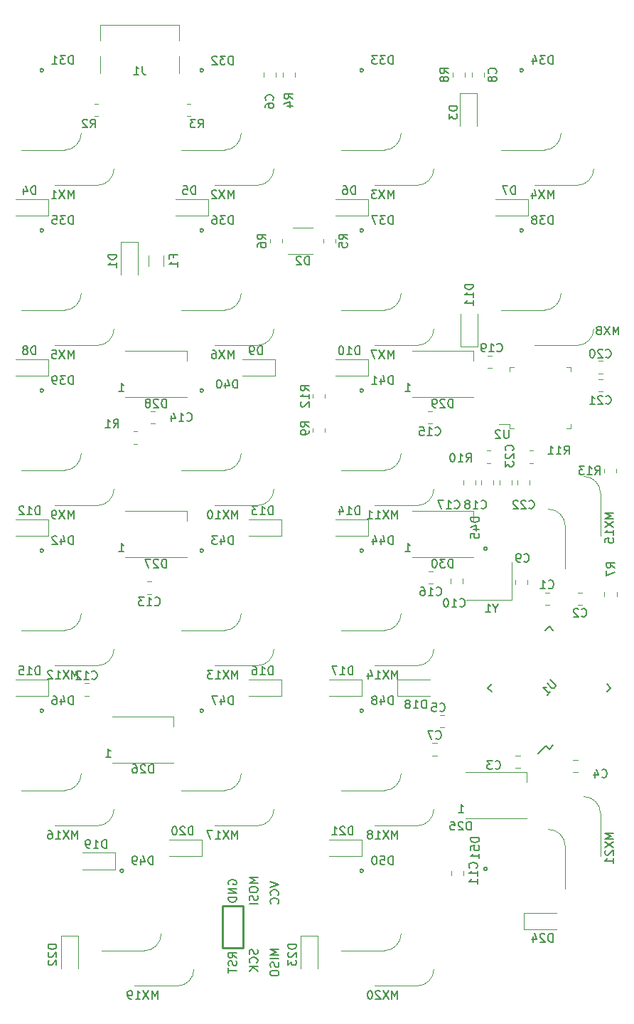
<source format=gbr>
%TF.GenerationSoftware,KiCad,Pcbnew,(5.1.9)-1*%
%TF.CreationDate,2021-06-12T17:38:07+02:00*%
%TF.ProjectId,tfk20-avr,74666b32-302d-4617-9672-2e6b69636164,rev?*%
%TF.SameCoordinates,Original*%
%TF.FileFunction,Legend,Bot*%
%TF.FilePolarity,Positive*%
%FSLAX46Y46*%
G04 Gerber Fmt 4.6, Leading zero omitted, Abs format (unit mm)*
G04 Created by KiCad (PCBNEW (5.1.9)-1) date 2021-06-12 17:38:07*
%MOMM*%
%LPD*%
G01*
G04 APERTURE LIST*
%ADD10C,0.120000*%
%ADD11C,0.150000*%
%ADD12C,0.250000*%
G04 APERTURE END LIST*
D10*
%TO.C,MX10*%
X135931250Y-89218750D02*
X130831250Y-89218750D01*
X139831250Y-93418750D02*
X134731250Y-93418750D01*
X141831250Y-91418750D02*
G75*
G02*
X139831250Y-93418750I-2000000J0D01*
G01*
X137931250Y-87218750D02*
G75*
G02*
X135931250Y-89218750I-2000000J0D01*
G01*
%TO.C,R1*%
X125576064Y-84609000D02*
X125121936Y-84609000D01*
X125576064Y-86079000D02*
X125121936Y-86079000D01*
%TO.C,D30*%
X165575000Y-94087500D02*
X165575000Y-95237500D01*
X158275000Y-94087500D02*
X165575000Y-94087500D01*
X158275000Y-99587500D02*
X165575000Y-99587500D01*
%TO.C,D29*%
X165575000Y-75037500D02*
X165575000Y-76187500D01*
X158275000Y-75037500D02*
X165575000Y-75037500D01*
X158275000Y-80537500D02*
X165575000Y-80537500D01*
%TO.C,D28*%
X131443750Y-75037500D02*
X131443750Y-76187500D01*
X124143750Y-75037500D02*
X131443750Y-75037500D01*
X124143750Y-80537500D02*
X131443750Y-80537500D01*
%TO.C,D27*%
X131443750Y-94087500D02*
X131443750Y-95237500D01*
X124143750Y-94087500D02*
X131443750Y-94087500D01*
X124143750Y-99587500D02*
X131443750Y-99587500D01*
%TO.C,D26*%
X129888000Y-118535000D02*
X129888000Y-119685000D01*
X122588000Y-118535000D02*
X129888000Y-118535000D01*
X122588000Y-124035000D02*
X129888000Y-124035000D01*
%TO.C,D25*%
X171925000Y-125139000D02*
X171925000Y-126289000D01*
X164625000Y-125139000D02*
X171925000Y-125139000D01*
X164625000Y-130639000D02*
X171925000Y-130639000D01*
%TO.C,C16*%
X160266748Y-101246000D02*
X160789252Y-101246000D01*
X160266748Y-102716000D02*
X160789252Y-102716000D01*
%TO.C,C15*%
X160139748Y-82196000D02*
X160662252Y-82196000D01*
X160139748Y-83666000D02*
X160662252Y-83666000D01*
%TO.C,C14*%
X127119748Y-82196000D02*
X127642252Y-82196000D01*
X127119748Y-83666000D02*
X127642252Y-83666000D01*
%TO.C,C13*%
X126738748Y-102452500D02*
X127261252Y-102452500D01*
X126738748Y-103922500D02*
X127261252Y-103922500D01*
%TO.C,C12*%
X119768252Y-116051000D02*
X119245748Y-116051000D01*
X119768252Y-114581000D02*
X119245748Y-114581000D01*
%TO.C,C11*%
X164438000Y-136898748D02*
X164438000Y-137421252D01*
X162968000Y-136898748D02*
X162968000Y-137421252D01*
D11*
%TO.C,U1*%
X174625000Y-122412305D02*
X174218414Y-122005719D01*
X181943555Y-115093750D02*
X181466258Y-114616453D01*
X174625000Y-107775195D02*
X175102297Y-108252492D01*
X167306445Y-115093750D02*
X167783742Y-115571047D01*
X174625000Y-122412305D02*
X175102297Y-121935008D01*
X167306445Y-115093750D02*
X167783742Y-114616453D01*
X174625000Y-107775195D02*
X174147703Y-108252492D01*
X181943555Y-115093750D02*
X181466258Y-115571047D01*
X174218414Y-122005719D02*
X173316852Y-122907280D01*
%TO.C,D31*%
X114381250Y-41618750D02*
G75*
G03*
X114381250Y-41618750I-200000J0D01*
G01*
%TO.C,D36*%
X133431250Y-60668750D02*
G75*
G03*
X133431250Y-60668750I-200000J0D01*
G01*
D10*
%TO.C,J1*%
X121109375Y-38084375D02*
X121109375Y-36184375D01*
X121109375Y-41984375D02*
X121109375Y-39984375D01*
X130509375Y-38084375D02*
X130509375Y-36184375D01*
X130509375Y-41984375D02*
X130509375Y-39984375D01*
X121109375Y-36184375D02*
X130509375Y-36184375D01*
%TO.C,Y1*%
X170181250Y-100143750D02*
X170181250Y-104643750D01*
X170181250Y-104643750D02*
X164781250Y-104643750D01*
%TO.C,U2*%
X176705500Y-76971500D02*
X177155500Y-76971500D01*
X177155500Y-76971500D02*
X177155500Y-77421500D01*
X170385500Y-76971500D02*
X169935500Y-76971500D01*
X169935500Y-76971500D02*
X169935500Y-77421500D01*
X176705500Y-84191500D02*
X177155500Y-84191500D01*
X177155500Y-84191500D02*
X177155500Y-83741500D01*
X170385500Y-84191500D02*
X169935500Y-84191500D01*
X169935500Y-84191500D02*
X169935500Y-83741500D01*
X169935500Y-83741500D02*
X168645500Y-83741500D01*
%TO.C,R13*%
X182599000Y-89508064D02*
X182599000Y-89053936D01*
X181129000Y-89508064D02*
X181129000Y-89053936D01*
%TO.C,R12*%
X147928000Y-80618064D02*
X147928000Y-80163936D01*
X146458000Y-80618064D02*
X146458000Y-80163936D01*
%TO.C,R11*%
X172693064Y-86895000D02*
X172238936Y-86895000D01*
X172693064Y-88365000D02*
X172238936Y-88365000D01*
%TO.C,R10*%
X167158936Y-88365000D02*
X167613064Y-88365000D01*
X167158936Y-86895000D02*
X167613064Y-86895000D01*
%TO.C,R9*%
X146458000Y-84227936D02*
X146458000Y-84682064D01*
X147928000Y-84227936D02*
X147928000Y-84682064D01*
%TO.C,R8*%
X164565000Y-42391064D02*
X164565000Y-41936936D01*
X163095000Y-42391064D02*
X163095000Y-41936936D01*
%TO.C,R7*%
X181192500Y-103722436D02*
X181192500Y-104176564D01*
X182662500Y-103722436D02*
X182662500Y-104176564D01*
%TO.C,R6*%
X141346250Y-61685436D02*
X141346250Y-62139564D01*
X142816250Y-61685436D02*
X142816250Y-62139564D01*
%TO.C,R5*%
X147696250Y-61685436D02*
X147696250Y-62139564D01*
X149166250Y-61685436D02*
X149166250Y-62139564D01*
%TO.C,R4*%
X142902000Y-41936936D02*
X142902000Y-42391064D01*
X144372000Y-41936936D02*
X144372000Y-42391064D01*
%TO.C,R3*%
X131471936Y-47090000D02*
X131926064Y-47090000D01*
X131471936Y-45620000D02*
X131926064Y-45620000D01*
%TO.C,R2*%
X120422936Y-47090000D02*
X120877064Y-47090000D01*
X120422936Y-45620000D02*
X120877064Y-45620000D01*
%TO.C,MX21*%
X176531250Y-133943750D02*
X176531250Y-139043750D01*
X180731250Y-130043750D02*
X180731250Y-135143750D01*
X178731250Y-128043750D02*
G75*
G02*
X180731250Y-130043750I0J-2000000D01*
G01*
X174531250Y-131943750D02*
G75*
G02*
X176531250Y-133943750I0J-2000000D01*
G01*
%TO.C,MX20*%
X154981250Y-146368750D02*
X149881250Y-146368750D01*
X158881250Y-150568750D02*
X153781250Y-150568750D01*
X160881250Y-148568750D02*
G75*
G02*
X158881250Y-150568750I-2000000J0D01*
G01*
X156981250Y-144368750D02*
G75*
G02*
X154981250Y-146368750I-2000000J0D01*
G01*
%TO.C,MX19*%
X126406250Y-146368750D02*
X121306250Y-146368750D01*
X130306250Y-150568750D02*
X125206250Y-150568750D01*
X132306250Y-148568750D02*
G75*
G02*
X130306250Y-150568750I-2000000J0D01*
G01*
X128406250Y-144368750D02*
G75*
G02*
X126406250Y-146368750I-2000000J0D01*
G01*
%TO.C,MX18*%
X154981250Y-127318750D02*
X149881250Y-127318750D01*
X158881250Y-131518750D02*
X153781250Y-131518750D01*
X160881250Y-129518750D02*
G75*
G02*
X158881250Y-131518750I-2000000J0D01*
G01*
X156981250Y-125318750D02*
G75*
G02*
X154981250Y-127318750I-2000000J0D01*
G01*
%TO.C,MX17*%
X135931250Y-127318750D02*
X130831250Y-127318750D01*
X139831250Y-131518750D02*
X134731250Y-131518750D01*
X141831250Y-129518750D02*
G75*
G02*
X139831250Y-131518750I-2000000J0D01*
G01*
X137931250Y-125318750D02*
G75*
G02*
X135931250Y-127318750I-2000000J0D01*
G01*
%TO.C,MX16*%
X116881250Y-127318750D02*
X111781250Y-127318750D01*
X120781250Y-131518750D02*
X115681250Y-131518750D01*
X122781250Y-129518750D02*
G75*
G02*
X120781250Y-131518750I-2000000J0D01*
G01*
X118881250Y-125318750D02*
G75*
G02*
X116881250Y-127318750I-2000000J0D01*
G01*
%TO.C,MX15*%
X176531250Y-95843750D02*
X176531250Y-100943750D01*
X180731250Y-91943750D02*
X180731250Y-97043750D01*
X178731250Y-89943750D02*
G75*
G02*
X180731250Y-91943750I0J-2000000D01*
G01*
X174531250Y-93843750D02*
G75*
G02*
X176531250Y-95843750I0J-2000000D01*
G01*
%TO.C,MX14*%
X154981250Y-108268750D02*
X149881250Y-108268750D01*
X158881250Y-112468750D02*
X153781250Y-112468750D01*
X160881250Y-110468750D02*
G75*
G02*
X158881250Y-112468750I-2000000J0D01*
G01*
X156981250Y-106268750D02*
G75*
G02*
X154981250Y-108268750I-2000000J0D01*
G01*
%TO.C,MX13*%
X135931250Y-108268750D02*
X130831250Y-108268750D01*
X139831250Y-112468750D02*
X134731250Y-112468750D01*
X141831250Y-110468750D02*
G75*
G02*
X139831250Y-112468750I-2000000J0D01*
G01*
X137931250Y-106268750D02*
G75*
G02*
X135931250Y-108268750I-2000000J0D01*
G01*
%TO.C,MX12*%
X116881250Y-108268750D02*
X111781250Y-108268750D01*
X120781250Y-112468750D02*
X115681250Y-112468750D01*
X122781250Y-110468750D02*
G75*
G02*
X120781250Y-112468750I-2000000J0D01*
G01*
X118881250Y-106268750D02*
G75*
G02*
X116881250Y-108268750I-2000000J0D01*
G01*
%TO.C,MX11*%
X154981250Y-89218750D02*
X149881250Y-89218750D01*
X158881250Y-93418750D02*
X153781250Y-93418750D01*
X160881250Y-91418750D02*
G75*
G02*
X158881250Y-93418750I-2000000J0D01*
G01*
X156981250Y-87218750D02*
G75*
G02*
X154981250Y-89218750I-2000000J0D01*
G01*
%TO.C,MX9*%
X116881250Y-89218750D02*
X111781250Y-89218750D01*
X120781250Y-93418750D02*
X115681250Y-93418750D01*
X122781250Y-91418750D02*
G75*
G02*
X120781250Y-93418750I-2000000J0D01*
G01*
X118881250Y-87218750D02*
G75*
G02*
X116881250Y-89218750I-2000000J0D01*
G01*
%TO.C,MX8*%
X174031250Y-70168750D02*
X168931250Y-70168750D01*
X177931250Y-74368750D02*
X172831250Y-74368750D01*
X179931250Y-72368750D02*
G75*
G02*
X177931250Y-74368750I-2000000J0D01*
G01*
X176031250Y-68168750D02*
G75*
G02*
X174031250Y-70168750I-2000000J0D01*
G01*
%TO.C,MX7*%
X154981250Y-70168750D02*
X149881250Y-70168750D01*
X158881250Y-74368750D02*
X153781250Y-74368750D01*
X160881250Y-72368750D02*
G75*
G02*
X158881250Y-74368750I-2000000J0D01*
G01*
X156981250Y-68168750D02*
G75*
G02*
X154981250Y-70168750I-2000000J0D01*
G01*
%TO.C,MX6*%
X135931250Y-70168750D02*
X130831250Y-70168750D01*
X139831250Y-74368750D02*
X134731250Y-74368750D01*
X141831250Y-72368750D02*
G75*
G02*
X139831250Y-74368750I-2000000J0D01*
G01*
X137931250Y-68168750D02*
G75*
G02*
X135931250Y-70168750I-2000000J0D01*
G01*
%TO.C,MX5*%
X116881250Y-70168750D02*
X111781250Y-70168750D01*
X120781250Y-74368750D02*
X115681250Y-74368750D01*
X122781250Y-72368750D02*
G75*
G02*
X120781250Y-74368750I-2000000J0D01*
G01*
X118881250Y-68168750D02*
G75*
G02*
X116881250Y-70168750I-2000000J0D01*
G01*
%TO.C,MX4*%
X174031250Y-51118750D02*
X168931250Y-51118750D01*
X177931250Y-55318750D02*
X172831250Y-55318750D01*
X179931250Y-53318750D02*
G75*
G02*
X177931250Y-55318750I-2000000J0D01*
G01*
X176031250Y-49118750D02*
G75*
G02*
X174031250Y-51118750I-2000000J0D01*
G01*
%TO.C,MX3*%
X154981250Y-51118750D02*
X149881250Y-51118750D01*
X158881250Y-55318750D02*
X153781250Y-55318750D01*
X160881250Y-53318750D02*
G75*
G02*
X158881250Y-55318750I-2000000J0D01*
G01*
X156981250Y-49118750D02*
G75*
G02*
X154981250Y-51118750I-2000000J0D01*
G01*
%TO.C,MX2*%
X135931250Y-51118750D02*
X130831250Y-51118750D01*
X139831250Y-55318750D02*
X134731250Y-55318750D01*
X141831250Y-53318750D02*
G75*
G02*
X139831250Y-55318750I-2000000J0D01*
G01*
X137931250Y-49118750D02*
G75*
G02*
X135931250Y-51118750I-2000000J0D01*
G01*
%TO.C,MX1*%
X116881250Y-51118750D02*
X111781250Y-51118750D01*
X120781250Y-55318750D02*
X115681250Y-55318750D01*
X122781250Y-53318750D02*
G75*
G02*
X120781250Y-55318750I-2000000J0D01*
G01*
X118881250Y-49118750D02*
G75*
G02*
X116881250Y-51118750I-2000000J0D01*
G01*
D12*
%TO.C,J2*%
X135696000Y-146010000D02*
X138196000Y-146010000D01*
X135696000Y-141010000D02*
X135696000Y-146010000D01*
X138196000Y-141010000D02*
X135696000Y-141010000D01*
X138196000Y-146010000D02*
X138196000Y-141010000D01*
D10*
%TO.C,F1*%
X128703750Y-64895814D02*
X128703750Y-63691686D01*
X126883750Y-64895814D02*
X126883750Y-63691686D01*
D11*
%TO.C,D51*%
X167231250Y-136643750D02*
G75*
G03*
X167231250Y-136643750I-200000J0D01*
G01*
%TO.C,D50*%
X152481250Y-136868750D02*
G75*
G03*
X152481250Y-136868750I-200000J0D01*
G01*
%TO.C,D49*%
X123906250Y-136868750D02*
G75*
G03*
X123906250Y-136868750I-200000J0D01*
G01*
%TO.C,D48*%
X152481250Y-117818750D02*
G75*
G03*
X152481250Y-117818750I-200000J0D01*
G01*
%TO.C,D47*%
X133431250Y-117818750D02*
G75*
G03*
X133431250Y-117818750I-200000J0D01*
G01*
%TO.C,D46*%
X114381250Y-117818750D02*
G75*
G03*
X114381250Y-117818750I-200000J0D01*
G01*
%TO.C,D45*%
X167231250Y-98543750D02*
G75*
G03*
X167231250Y-98543750I-200000J0D01*
G01*
%TO.C,D44*%
X152481250Y-98768750D02*
G75*
G03*
X152481250Y-98768750I-200000J0D01*
G01*
%TO.C,D43*%
X133431250Y-98768750D02*
G75*
G03*
X133431250Y-98768750I-200000J0D01*
G01*
%TO.C,D42*%
X114381250Y-98768750D02*
G75*
G03*
X114381250Y-98768750I-200000J0D01*
G01*
%TO.C,D41*%
X152481250Y-79718750D02*
G75*
G03*
X152481250Y-79718750I-200000J0D01*
G01*
%TO.C,D40*%
X133431250Y-79718750D02*
G75*
G03*
X133431250Y-79718750I-200000J0D01*
G01*
%TO.C,D39*%
X114381250Y-79718750D02*
G75*
G03*
X114381250Y-79718750I-200000J0D01*
G01*
%TO.C,D38*%
X171531250Y-60668750D02*
G75*
G03*
X171531250Y-60668750I-200000J0D01*
G01*
%TO.C,D37*%
X152481250Y-60668750D02*
G75*
G03*
X152481250Y-60668750I-200000J0D01*
G01*
%TO.C,D35*%
X114381250Y-60668750D02*
G75*
G03*
X114381250Y-60668750I-200000J0D01*
G01*
%TO.C,D34*%
X171531250Y-41618750D02*
G75*
G03*
X171531250Y-41618750I-200000J0D01*
G01*
%TO.C,D33*%
X152481250Y-41618750D02*
G75*
G03*
X152481250Y-41618750I-200000J0D01*
G01*
%TO.C,D32*%
X133431250Y-41618750D02*
G75*
G03*
X133431250Y-41618750I-200000J0D01*
G01*
D10*
%TO.C,D24*%
X171581250Y-143875000D02*
X171581250Y-141875000D01*
X171581250Y-141875000D02*
X175481250Y-141875000D01*
X171581250Y-143875000D02*
X175481250Y-143875000D01*
%TO.C,D23*%
X145050000Y-144593750D02*
X147050000Y-144593750D01*
X147050000Y-144593750D02*
X147050000Y-148493750D01*
X145050000Y-144593750D02*
X145050000Y-148493750D01*
%TO.C,D22*%
X116475000Y-144593750D02*
X118475000Y-144593750D01*
X118475000Y-144593750D02*
X118475000Y-148493750D01*
X116475000Y-144593750D02*
X116475000Y-148493750D01*
%TO.C,D21*%
X152268750Y-133143750D02*
X152268750Y-135143750D01*
X152268750Y-135143750D02*
X148368750Y-135143750D01*
X152268750Y-133143750D02*
X148368750Y-133143750D01*
%TO.C,D20*%
X133218750Y-133143750D02*
X133218750Y-135143750D01*
X133218750Y-135143750D02*
X129318750Y-135143750D01*
X133218750Y-133143750D02*
X129318750Y-133143750D01*
%TO.C,D19*%
X122900000Y-134731250D02*
X122900000Y-136731250D01*
X122900000Y-136731250D02*
X119000000Y-136731250D01*
X122900000Y-134731250D02*
X119000000Y-134731250D01*
%TO.C,D18*%
X156500000Y-116093750D02*
X156500000Y-114093750D01*
X156500000Y-114093750D02*
X160400000Y-114093750D01*
X156500000Y-116093750D02*
X160400000Y-116093750D01*
%TO.C,D17*%
X152268750Y-114093750D02*
X152268750Y-116093750D01*
X152268750Y-116093750D02*
X148368750Y-116093750D01*
X152268750Y-114093750D02*
X148368750Y-114093750D01*
%TO.C,D16*%
X142743750Y-114093750D02*
X142743750Y-116093750D01*
X142743750Y-116093750D02*
X138843750Y-116093750D01*
X142743750Y-114093750D02*
X138843750Y-114093750D01*
%TO.C,D15*%
X114962500Y-114093750D02*
X114962500Y-116093750D01*
X114962500Y-116093750D02*
X111062500Y-116093750D01*
X114962500Y-114093750D02*
X111062500Y-114093750D01*
%TO.C,D14*%
X153062500Y-95043750D02*
X153062500Y-97043750D01*
X153062500Y-97043750D02*
X149162500Y-97043750D01*
X153062500Y-95043750D02*
X149162500Y-95043750D01*
%TO.C,D13*%
X142743750Y-95043750D02*
X142743750Y-97043750D01*
X142743750Y-97043750D02*
X138843750Y-97043750D01*
X142743750Y-95043750D02*
X138843750Y-95043750D01*
%TO.C,D12*%
X114962500Y-95043750D02*
X114962500Y-97043750D01*
X114962500Y-97043750D02*
X111062500Y-97043750D01*
X114962500Y-95043750D02*
X111062500Y-95043750D01*
%TO.C,D11*%
X166100000Y-74481250D02*
X164100000Y-74481250D01*
X164100000Y-74481250D02*
X164100000Y-70581250D01*
X166100000Y-74481250D02*
X166100000Y-70581250D01*
%TO.C,D10*%
X153062500Y-75993750D02*
X153062500Y-77993750D01*
X153062500Y-77993750D02*
X149162500Y-77993750D01*
X153062500Y-75993750D02*
X149162500Y-75993750D01*
%TO.C,D9*%
X141950000Y-75993750D02*
X141950000Y-77993750D01*
X141950000Y-77993750D02*
X138050000Y-77993750D01*
X141950000Y-75993750D02*
X138050000Y-75993750D01*
%TO.C,D8*%
X114962500Y-75993750D02*
X114962500Y-77993750D01*
X114962500Y-77993750D02*
X111062500Y-77993750D01*
X114962500Y-75993750D02*
X111062500Y-75993750D01*
%TO.C,D7*%
X172112500Y-56943750D02*
X172112500Y-58943750D01*
X172112500Y-58943750D02*
X168212500Y-58943750D01*
X172112500Y-56943750D02*
X168212500Y-56943750D01*
%TO.C,D6*%
X153062500Y-56943750D02*
X153062500Y-58943750D01*
X153062500Y-58943750D02*
X149162500Y-58943750D01*
X153062500Y-56943750D02*
X149162500Y-56943750D01*
%TO.C,D5*%
X134012500Y-56943750D02*
X134012500Y-58943750D01*
X134012500Y-58943750D02*
X130112500Y-58943750D01*
X134012500Y-56943750D02*
X130112500Y-56943750D01*
%TO.C,D4*%
X114962500Y-56943750D02*
X114962500Y-58943750D01*
X114962500Y-58943750D02*
X111062500Y-58943750D01*
X114962500Y-56943750D02*
X111062500Y-56943750D01*
%TO.C,D3*%
X163973000Y-44359000D02*
X165973000Y-44359000D01*
X165973000Y-44359000D02*
X165973000Y-48259000D01*
X163973000Y-44359000D02*
X163973000Y-48259000D01*
%TO.C,D2*%
X144056250Y-60362500D02*
X146456250Y-60362500D01*
X146456250Y-63462500D02*
X143506250Y-63462500D01*
%TO.C,D1*%
X123618750Y-62043750D02*
X125618750Y-62043750D01*
X125618750Y-62043750D02*
X125618750Y-65943750D01*
X123618750Y-62043750D02*
X123618750Y-65943750D01*
%TO.C,C23*%
X168683000Y-90939252D02*
X168683000Y-90416748D01*
X170153000Y-90939252D02*
X170153000Y-90416748D01*
%TO.C,C22*%
X172312000Y-90416748D02*
X172312000Y-90939252D01*
X170842000Y-90416748D02*
X170842000Y-90939252D01*
%TO.C,C21*%
X180459748Y-79856000D02*
X180982252Y-79856000D01*
X180459748Y-78386000D02*
X180982252Y-78386000D01*
%TO.C,C20*%
X180459748Y-77697000D02*
X180982252Y-77697000D01*
X180459748Y-76227000D02*
X180982252Y-76227000D01*
%TO.C,C19*%
X167774252Y-75592000D02*
X167251748Y-75592000D01*
X167774252Y-77062000D02*
X167251748Y-77062000D01*
%TO.C,C18*%
X166524000Y-90416748D02*
X166524000Y-90939252D01*
X167994000Y-90416748D02*
X167994000Y-90939252D01*
%TO.C,C17*%
X165835000Y-90416748D02*
X165835000Y-90939252D01*
X164365000Y-90416748D02*
X164365000Y-90939252D01*
%TO.C,C10*%
X162841000Y-102132498D02*
X162841000Y-102655002D01*
X164311000Y-102132498D02*
X164311000Y-102655002D01*
%TO.C,C9*%
X170588000Y-102227748D02*
X170588000Y-102750252D01*
X172058000Y-102227748D02*
X172058000Y-102750252D01*
%TO.C,C8*%
X166851000Y-42425252D02*
X166851000Y-41902748D01*
X165381000Y-42425252D02*
X165381000Y-41902748D01*
%TO.C,C7*%
X161233752Y-121693000D02*
X160711248Y-121693000D01*
X161233752Y-123163000D02*
X160711248Y-123163000D01*
%TO.C,C6*%
X140616000Y-41902748D02*
X140616000Y-42425252D01*
X142086000Y-41902748D02*
X142086000Y-42425252D01*
%TO.C,C5*%
X162122752Y-118327500D02*
X161600248Y-118327500D01*
X162122752Y-119797500D02*
X161600248Y-119797500D01*
%TO.C,C4*%
X177475248Y-125131500D02*
X177997752Y-125131500D01*
X177475248Y-123661500D02*
X177997752Y-123661500D01*
%TO.C,C3*%
X171139752Y-123153500D02*
X170617248Y-123153500D01*
X171139752Y-124623500D02*
X170617248Y-124623500D01*
%TO.C,C2*%
X178046748Y-105256000D02*
X178569252Y-105256000D01*
X178046748Y-103786000D02*
X178569252Y-103786000D01*
%TO.C,C1*%
X174632252Y-103786000D02*
X174109748Y-103786000D01*
X174632252Y-105256000D02*
X174109748Y-105256000D01*
%TO.C,MX10*%
D11*
X137493154Y-94971130D02*
X137493154Y-93971130D01*
X137159821Y-94685416D01*
X136826488Y-93971130D01*
X136826488Y-94971130D01*
X136445535Y-93971130D02*
X135778869Y-94971130D01*
X135778869Y-93971130D02*
X136445535Y-94971130D01*
X134874107Y-94971130D02*
X135445535Y-94971130D01*
X135159821Y-94971130D02*
X135159821Y-93971130D01*
X135255059Y-94113988D01*
X135350297Y-94209226D01*
X135445535Y-94256845D01*
X134255059Y-93971130D02*
X134159821Y-93971130D01*
X134064583Y-94018750D01*
X134016964Y-94066369D01*
X133969345Y-94161607D01*
X133921726Y-94352083D01*
X133921726Y-94590178D01*
X133969345Y-94780654D01*
X134016964Y-94875892D01*
X134064583Y-94923511D01*
X134159821Y-94971130D01*
X134255059Y-94971130D01*
X134350297Y-94923511D01*
X134397916Y-94875892D01*
X134445535Y-94780654D01*
X134493154Y-94590178D01*
X134493154Y-94352083D01*
X134445535Y-94161607D01*
X134397916Y-94066369D01*
X134350297Y-94018750D01*
X134255059Y-93971130D01*
%TO.C,R1*%
X122721666Y-84145380D02*
X123055000Y-83669190D01*
X123293095Y-84145380D02*
X123293095Y-83145380D01*
X122912142Y-83145380D01*
X122816904Y-83193000D01*
X122769285Y-83240619D01*
X122721666Y-83335857D01*
X122721666Y-83478714D01*
X122769285Y-83573952D01*
X122816904Y-83621571D01*
X122912142Y-83669190D01*
X123293095Y-83669190D01*
X121769285Y-84145380D02*
X122340714Y-84145380D01*
X122055000Y-84145380D02*
X122055000Y-83145380D01*
X122150238Y-83288238D01*
X122245476Y-83383476D01*
X122340714Y-83431095D01*
%TO.C,D30*%
X163139285Y-100789880D02*
X163139285Y-99789880D01*
X162901190Y-99789880D01*
X162758333Y-99837500D01*
X162663095Y-99932738D01*
X162615476Y-100027976D01*
X162567857Y-100218452D01*
X162567857Y-100361309D01*
X162615476Y-100551785D01*
X162663095Y-100647023D01*
X162758333Y-100742261D01*
X162901190Y-100789880D01*
X163139285Y-100789880D01*
X162234523Y-99789880D02*
X161615476Y-99789880D01*
X161948809Y-100170833D01*
X161805952Y-100170833D01*
X161710714Y-100218452D01*
X161663095Y-100266071D01*
X161615476Y-100361309D01*
X161615476Y-100599404D01*
X161663095Y-100694642D01*
X161710714Y-100742261D01*
X161805952Y-100789880D01*
X162091666Y-100789880D01*
X162186904Y-100742261D01*
X162234523Y-100694642D01*
X160996428Y-99789880D02*
X160901190Y-99789880D01*
X160805952Y-99837500D01*
X160758333Y-99885119D01*
X160710714Y-99980357D01*
X160663095Y-100170833D01*
X160663095Y-100408928D01*
X160710714Y-100599404D01*
X160758333Y-100694642D01*
X160805952Y-100742261D01*
X160901190Y-100789880D01*
X160996428Y-100789880D01*
X161091666Y-100742261D01*
X161139285Y-100694642D01*
X161186904Y-100599404D01*
X161234523Y-100408928D01*
X161234523Y-100170833D01*
X161186904Y-99980357D01*
X161139285Y-99885119D01*
X161091666Y-99837500D01*
X160996428Y-99789880D01*
X157489285Y-98889880D02*
X158060714Y-98889880D01*
X157775000Y-98889880D02*
X157775000Y-97889880D01*
X157870238Y-98032738D01*
X157965476Y-98127976D01*
X158060714Y-98175595D01*
%TO.C,D29*%
X163139285Y-81739880D02*
X163139285Y-80739880D01*
X162901190Y-80739880D01*
X162758333Y-80787500D01*
X162663095Y-80882738D01*
X162615476Y-80977976D01*
X162567857Y-81168452D01*
X162567857Y-81311309D01*
X162615476Y-81501785D01*
X162663095Y-81597023D01*
X162758333Y-81692261D01*
X162901190Y-81739880D01*
X163139285Y-81739880D01*
X162186904Y-80835119D02*
X162139285Y-80787500D01*
X162044047Y-80739880D01*
X161805952Y-80739880D01*
X161710714Y-80787500D01*
X161663095Y-80835119D01*
X161615476Y-80930357D01*
X161615476Y-81025595D01*
X161663095Y-81168452D01*
X162234523Y-81739880D01*
X161615476Y-81739880D01*
X161139285Y-81739880D02*
X160948809Y-81739880D01*
X160853571Y-81692261D01*
X160805952Y-81644642D01*
X160710714Y-81501785D01*
X160663095Y-81311309D01*
X160663095Y-80930357D01*
X160710714Y-80835119D01*
X160758333Y-80787500D01*
X160853571Y-80739880D01*
X161044047Y-80739880D01*
X161139285Y-80787500D01*
X161186904Y-80835119D01*
X161234523Y-80930357D01*
X161234523Y-81168452D01*
X161186904Y-81263690D01*
X161139285Y-81311309D01*
X161044047Y-81358928D01*
X160853571Y-81358928D01*
X160758333Y-81311309D01*
X160710714Y-81263690D01*
X160663095Y-81168452D01*
X157489285Y-79839880D02*
X158060714Y-79839880D01*
X157775000Y-79839880D02*
X157775000Y-78839880D01*
X157870238Y-78982738D01*
X157965476Y-79077976D01*
X158060714Y-79125595D01*
%TO.C,D28*%
X129008035Y-81739880D02*
X129008035Y-80739880D01*
X128769940Y-80739880D01*
X128627083Y-80787500D01*
X128531845Y-80882738D01*
X128484226Y-80977976D01*
X128436607Y-81168452D01*
X128436607Y-81311309D01*
X128484226Y-81501785D01*
X128531845Y-81597023D01*
X128627083Y-81692261D01*
X128769940Y-81739880D01*
X129008035Y-81739880D01*
X128055654Y-80835119D02*
X128008035Y-80787500D01*
X127912797Y-80739880D01*
X127674702Y-80739880D01*
X127579464Y-80787500D01*
X127531845Y-80835119D01*
X127484226Y-80930357D01*
X127484226Y-81025595D01*
X127531845Y-81168452D01*
X128103273Y-81739880D01*
X127484226Y-81739880D01*
X126912797Y-81168452D02*
X127008035Y-81120833D01*
X127055654Y-81073214D01*
X127103273Y-80977976D01*
X127103273Y-80930357D01*
X127055654Y-80835119D01*
X127008035Y-80787500D01*
X126912797Y-80739880D01*
X126722321Y-80739880D01*
X126627083Y-80787500D01*
X126579464Y-80835119D01*
X126531845Y-80930357D01*
X126531845Y-80977976D01*
X126579464Y-81073214D01*
X126627083Y-81120833D01*
X126722321Y-81168452D01*
X126912797Y-81168452D01*
X127008035Y-81216071D01*
X127055654Y-81263690D01*
X127103273Y-81358928D01*
X127103273Y-81549404D01*
X127055654Y-81644642D01*
X127008035Y-81692261D01*
X126912797Y-81739880D01*
X126722321Y-81739880D01*
X126627083Y-81692261D01*
X126579464Y-81644642D01*
X126531845Y-81549404D01*
X126531845Y-81358928D01*
X126579464Y-81263690D01*
X126627083Y-81216071D01*
X126722321Y-81168452D01*
X123358035Y-79839880D02*
X123929464Y-79839880D01*
X123643750Y-79839880D02*
X123643750Y-78839880D01*
X123738988Y-78982738D01*
X123834226Y-79077976D01*
X123929464Y-79125595D01*
%TO.C,D27*%
X129008035Y-100789880D02*
X129008035Y-99789880D01*
X128769940Y-99789880D01*
X128627083Y-99837500D01*
X128531845Y-99932738D01*
X128484226Y-100027976D01*
X128436607Y-100218452D01*
X128436607Y-100361309D01*
X128484226Y-100551785D01*
X128531845Y-100647023D01*
X128627083Y-100742261D01*
X128769940Y-100789880D01*
X129008035Y-100789880D01*
X128055654Y-99885119D02*
X128008035Y-99837500D01*
X127912797Y-99789880D01*
X127674702Y-99789880D01*
X127579464Y-99837500D01*
X127531845Y-99885119D01*
X127484226Y-99980357D01*
X127484226Y-100075595D01*
X127531845Y-100218452D01*
X128103273Y-100789880D01*
X127484226Y-100789880D01*
X127150892Y-99789880D02*
X126484226Y-99789880D01*
X126912797Y-100789880D01*
X123358035Y-98889880D02*
X123929464Y-98889880D01*
X123643750Y-98889880D02*
X123643750Y-97889880D01*
X123738988Y-98032738D01*
X123834226Y-98127976D01*
X123929464Y-98175595D01*
%TO.C,D26*%
X127452285Y-125237380D02*
X127452285Y-124237380D01*
X127214190Y-124237380D01*
X127071333Y-124285000D01*
X126976095Y-124380238D01*
X126928476Y-124475476D01*
X126880857Y-124665952D01*
X126880857Y-124808809D01*
X126928476Y-124999285D01*
X126976095Y-125094523D01*
X127071333Y-125189761D01*
X127214190Y-125237380D01*
X127452285Y-125237380D01*
X126499904Y-124332619D02*
X126452285Y-124285000D01*
X126357047Y-124237380D01*
X126118952Y-124237380D01*
X126023714Y-124285000D01*
X125976095Y-124332619D01*
X125928476Y-124427857D01*
X125928476Y-124523095D01*
X125976095Y-124665952D01*
X126547523Y-125237380D01*
X125928476Y-125237380D01*
X125071333Y-124237380D02*
X125261809Y-124237380D01*
X125357047Y-124285000D01*
X125404666Y-124332619D01*
X125499904Y-124475476D01*
X125547523Y-124665952D01*
X125547523Y-125046904D01*
X125499904Y-125142142D01*
X125452285Y-125189761D01*
X125357047Y-125237380D01*
X125166571Y-125237380D01*
X125071333Y-125189761D01*
X125023714Y-125142142D01*
X124976095Y-125046904D01*
X124976095Y-124808809D01*
X125023714Y-124713571D01*
X125071333Y-124665952D01*
X125166571Y-124618333D01*
X125357047Y-124618333D01*
X125452285Y-124665952D01*
X125499904Y-124713571D01*
X125547523Y-124808809D01*
X121802285Y-123337380D02*
X122373714Y-123337380D01*
X122088000Y-123337380D02*
X122088000Y-122337380D01*
X122183238Y-122480238D01*
X122278476Y-122575476D01*
X122373714Y-122623095D01*
%TO.C,D25*%
X165298285Y-132024380D02*
X165298285Y-131024380D01*
X165060190Y-131024380D01*
X164917333Y-131072000D01*
X164822095Y-131167238D01*
X164774476Y-131262476D01*
X164726857Y-131452952D01*
X164726857Y-131595809D01*
X164774476Y-131786285D01*
X164822095Y-131881523D01*
X164917333Y-131976761D01*
X165060190Y-132024380D01*
X165298285Y-132024380D01*
X164345904Y-131119619D02*
X164298285Y-131072000D01*
X164203047Y-131024380D01*
X163964952Y-131024380D01*
X163869714Y-131072000D01*
X163822095Y-131119619D01*
X163774476Y-131214857D01*
X163774476Y-131310095D01*
X163822095Y-131452952D01*
X164393523Y-132024380D01*
X163774476Y-132024380D01*
X162869714Y-131024380D02*
X163345904Y-131024380D01*
X163393523Y-131500571D01*
X163345904Y-131452952D01*
X163250666Y-131405333D01*
X163012571Y-131405333D01*
X162917333Y-131452952D01*
X162869714Y-131500571D01*
X162822095Y-131595809D01*
X162822095Y-131833904D01*
X162869714Y-131929142D01*
X162917333Y-131976761D01*
X163012571Y-132024380D01*
X163250666Y-132024380D01*
X163345904Y-131976761D01*
X163393523Y-131929142D01*
X163839285Y-129941380D02*
X164410714Y-129941380D01*
X164125000Y-129941380D02*
X164125000Y-128941380D01*
X164220238Y-129084238D01*
X164315476Y-129179476D01*
X164410714Y-129227095D01*
%TO.C,C16*%
X161170857Y-104018142D02*
X161218476Y-104065761D01*
X161361333Y-104113380D01*
X161456571Y-104113380D01*
X161599428Y-104065761D01*
X161694666Y-103970523D01*
X161742285Y-103875285D01*
X161789904Y-103684809D01*
X161789904Y-103541952D01*
X161742285Y-103351476D01*
X161694666Y-103256238D01*
X161599428Y-103161000D01*
X161456571Y-103113380D01*
X161361333Y-103113380D01*
X161218476Y-103161000D01*
X161170857Y-103208619D01*
X160218476Y-104113380D02*
X160789904Y-104113380D01*
X160504190Y-104113380D02*
X160504190Y-103113380D01*
X160599428Y-103256238D01*
X160694666Y-103351476D01*
X160789904Y-103399095D01*
X159361333Y-103113380D02*
X159551809Y-103113380D01*
X159647047Y-103161000D01*
X159694666Y-103208619D01*
X159789904Y-103351476D01*
X159837523Y-103541952D01*
X159837523Y-103922904D01*
X159789904Y-104018142D01*
X159742285Y-104065761D01*
X159647047Y-104113380D01*
X159456571Y-104113380D01*
X159361333Y-104065761D01*
X159313714Y-104018142D01*
X159266095Y-103922904D01*
X159266095Y-103684809D01*
X159313714Y-103589571D01*
X159361333Y-103541952D01*
X159456571Y-103494333D01*
X159647047Y-103494333D01*
X159742285Y-103541952D01*
X159789904Y-103589571D01*
X159837523Y-103684809D01*
%TO.C,C15*%
X161043857Y-84968142D02*
X161091476Y-85015761D01*
X161234333Y-85063380D01*
X161329571Y-85063380D01*
X161472428Y-85015761D01*
X161567666Y-84920523D01*
X161615285Y-84825285D01*
X161662904Y-84634809D01*
X161662904Y-84491952D01*
X161615285Y-84301476D01*
X161567666Y-84206238D01*
X161472428Y-84111000D01*
X161329571Y-84063380D01*
X161234333Y-84063380D01*
X161091476Y-84111000D01*
X161043857Y-84158619D01*
X160091476Y-85063380D02*
X160662904Y-85063380D01*
X160377190Y-85063380D02*
X160377190Y-84063380D01*
X160472428Y-84206238D01*
X160567666Y-84301476D01*
X160662904Y-84349095D01*
X159186714Y-84063380D02*
X159662904Y-84063380D01*
X159710523Y-84539571D01*
X159662904Y-84491952D01*
X159567666Y-84444333D01*
X159329571Y-84444333D01*
X159234333Y-84491952D01*
X159186714Y-84539571D01*
X159139095Y-84634809D01*
X159139095Y-84872904D01*
X159186714Y-84968142D01*
X159234333Y-85015761D01*
X159329571Y-85063380D01*
X159567666Y-85063380D01*
X159662904Y-85015761D01*
X159710523Y-84968142D01*
%TO.C,C14*%
X131452857Y-83288142D02*
X131500476Y-83335761D01*
X131643333Y-83383380D01*
X131738571Y-83383380D01*
X131881428Y-83335761D01*
X131976666Y-83240523D01*
X132024285Y-83145285D01*
X132071904Y-82954809D01*
X132071904Y-82811952D01*
X132024285Y-82621476D01*
X131976666Y-82526238D01*
X131881428Y-82431000D01*
X131738571Y-82383380D01*
X131643333Y-82383380D01*
X131500476Y-82431000D01*
X131452857Y-82478619D01*
X130500476Y-83383380D02*
X131071904Y-83383380D01*
X130786190Y-83383380D02*
X130786190Y-82383380D01*
X130881428Y-82526238D01*
X130976666Y-82621476D01*
X131071904Y-82669095D01*
X129643333Y-82716714D02*
X129643333Y-83383380D01*
X129881428Y-82335761D02*
X130119523Y-83050047D01*
X129500476Y-83050047D01*
%TO.C,C13*%
X127642857Y-105224642D02*
X127690476Y-105272261D01*
X127833333Y-105319880D01*
X127928571Y-105319880D01*
X128071428Y-105272261D01*
X128166666Y-105177023D01*
X128214285Y-105081785D01*
X128261904Y-104891309D01*
X128261904Y-104748452D01*
X128214285Y-104557976D01*
X128166666Y-104462738D01*
X128071428Y-104367500D01*
X127928571Y-104319880D01*
X127833333Y-104319880D01*
X127690476Y-104367500D01*
X127642857Y-104415119D01*
X126690476Y-105319880D02*
X127261904Y-105319880D01*
X126976190Y-105319880D02*
X126976190Y-104319880D01*
X127071428Y-104462738D01*
X127166666Y-104557976D01*
X127261904Y-104605595D01*
X126357142Y-104319880D02*
X125738095Y-104319880D01*
X126071428Y-104700833D01*
X125928571Y-104700833D01*
X125833333Y-104748452D01*
X125785714Y-104796071D01*
X125738095Y-104891309D01*
X125738095Y-105129404D01*
X125785714Y-105224642D01*
X125833333Y-105272261D01*
X125928571Y-105319880D01*
X126214285Y-105319880D01*
X126309523Y-105272261D01*
X126357142Y-105224642D01*
%TO.C,C12*%
X120149857Y-113993142D02*
X120197476Y-114040761D01*
X120340333Y-114088380D01*
X120435571Y-114088380D01*
X120578428Y-114040761D01*
X120673666Y-113945523D01*
X120721285Y-113850285D01*
X120768904Y-113659809D01*
X120768904Y-113516952D01*
X120721285Y-113326476D01*
X120673666Y-113231238D01*
X120578428Y-113136000D01*
X120435571Y-113088380D01*
X120340333Y-113088380D01*
X120197476Y-113136000D01*
X120149857Y-113183619D01*
X119197476Y-114088380D02*
X119768904Y-114088380D01*
X119483190Y-114088380D02*
X119483190Y-113088380D01*
X119578428Y-113231238D01*
X119673666Y-113326476D01*
X119768904Y-113374095D01*
X118816523Y-113183619D02*
X118768904Y-113136000D01*
X118673666Y-113088380D01*
X118435571Y-113088380D01*
X118340333Y-113136000D01*
X118292714Y-113183619D01*
X118245095Y-113278857D01*
X118245095Y-113374095D01*
X118292714Y-113516952D01*
X118864142Y-114088380D01*
X118245095Y-114088380D01*
%TO.C,C11*%
X165965142Y-136517142D02*
X166012761Y-136469523D01*
X166060380Y-136326666D01*
X166060380Y-136231428D01*
X166012761Y-136088571D01*
X165917523Y-135993333D01*
X165822285Y-135945714D01*
X165631809Y-135898095D01*
X165488952Y-135898095D01*
X165298476Y-135945714D01*
X165203238Y-135993333D01*
X165108000Y-136088571D01*
X165060380Y-136231428D01*
X165060380Y-136326666D01*
X165108000Y-136469523D01*
X165155619Y-136517142D01*
X166060380Y-137469523D02*
X166060380Y-136898095D01*
X166060380Y-137183809D02*
X165060380Y-137183809D01*
X165203238Y-137088571D01*
X165298476Y-136993333D01*
X165346095Y-136898095D01*
X166060380Y-138421904D02*
X166060380Y-137850476D01*
X166060380Y-138136190D02*
X165060380Y-138136190D01*
X165203238Y-138040952D01*
X165298476Y-137945714D01*
X165346095Y-137850476D01*
%TO.C,U1*%
X174776522Y-114136025D02*
X175348942Y-114708445D01*
X175382614Y-114809460D01*
X175382614Y-114876804D01*
X175348942Y-114977819D01*
X175214255Y-115112506D01*
X175113240Y-115146178D01*
X175045896Y-115146178D01*
X174944881Y-115112506D01*
X174372461Y-114540086D01*
X174372461Y-115954300D02*
X174776522Y-115550239D01*
X174574492Y-115752269D02*
X173867385Y-115045163D01*
X174035744Y-115078834D01*
X174170431Y-115078834D01*
X174271446Y-115045163D01*
%TO.C,D31*%
X117895535Y-40871130D02*
X117895535Y-39871130D01*
X117657440Y-39871130D01*
X117514583Y-39918750D01*
X117419345Y-40013988D01*
X117371726Y-40109226D01*
X117324107Y-40299702D01*
X117324107Y-40442559D01*
X117371726Y-40633035D01*
X117419345Y-40728273D01*
X117514583Y-40823511D01*
X117657440Y-40871130D01*
X117895535Y-40871130D01*
X116990773Y-39871130D02*
X116371726Y-39871130D01*
X116705059Y-40252083D01*
X116562202Y-40252083D01*
X116466964Y-40299702D01*
X116419345Y-40347321D01*
X116371726Y-40442559D01*
X116371726Y-40680654D01*
X116419345Y-40775892D01*
X116466964Y-40823511D01*
X116562202Y-40871130D01*
X116847916Y-40871130D01*
X116943154Y-40823511D01*
X116990773Y-40775892D01*
X115419345Y-40871130D02*
X115990773Y-40871130D01*
X115705059Y-40871130D02*
X115705059Y-39871130D01*
X115800297Y-40013988D01*
X115895535Y-40109226D01*
X115990773Y-40156845D01*
%TO.C,D36*%
X136945535Y-59921130D02*
X136945535Y-58921130D01*
X136707440Y-58921130D01*
X136564583Y-58968750D01*
X136469345Y-59063988D01*
X136421726Y-59159226D01*
X136374107Y-59349702D01*
X136374107Y-59492559D01*
X136421726Y-59683035D01*
X136469345Y-59778273D01*
X136564583Y-59873511D01*
X136707440Y-59921130D01*
X136945535Y-59921130D01*
X136040773Y-58921130D02*
X135421726Y-58921130D01*
X135755059Y-59302083D01*
X135612202Y-59302083D01*
X135516964Y-59349702D01*
X135469345Y-59397321D01*
X135421726Y-59492559D01*
X135421726Y-59730654D01*
X135469345Y-59825892D01*
X135516964Y-59873511D01*
X135612202Y-59921130D01*
X135897916Y-59921130D01*
X135993154Y-59873511D01*
X136040773Y-59825892D01*
X134564583Y-58921130D02*
X134755059Y-58921130D01*
X134850297Y-58968750D01*
X134897916Y-59016369D01*
X134993154Y-59159226D01*
X135040773Y-59349702D01*
X135040773Y-59730654D01*
X134993154Y-59825892D01*
X134945535Y-59873511D01*
X134850297Y-59921130D01*
X134659821Y-59921130D01*
X134564583Y-59873511D01*
X134516964Y-59825892D01*
X134469345Y-59730654D01*
X134469345Y-59492559D01*
X134516964Y-59397321D01*
X134564583Y-59349702D01*
X134659821Y-59302083D01*
X134850297Y-59302083D01*
X134945535Y-59349702D01*
X134993154Y-59397321D01*
X135040773Y-59492559D01*
%TO.C,J1*%
X126142708Y-41124255D02*
X126142708Y-41838541D01*
X126190327Y-41981398D01*
X126285565Y-42076636D01*
X126428422Y-42124255D01*
X126523660Y-42124255D01*
X125142708Y-42124255D02*
X125714136Y-42124255D01*
X125428422Y-42124255D02*
X125428422Y-41124255D01*
X125523660Y-41267113D01*
X125618898Y-41362351D01*
X125714136Y-41409970D01*
%TO.C,Y1*%
X168243190Y-105640190D02*
X168243190Y-106116380D01*
X168576523Y-105116380D02*
X168243190Y-105640190D01*
X167909857Y-105116380D01*
X167052714Y-106116380D02*
X167624142Y-106116380D01*
X167338428Y-106116380D02*
X167338428Y-105116380D01*
X167433666Y-105259238D01*
X167528904Y-105354476D01*
X167624142Y-105402095D01*
%TO.C,U2*%
X169798904Y-84415380D02*
X169798904Y-85224904D01*
X169751285Y-85320142D01*
X169703666Y-85367761D01*
X169608428Y-85415380D01*
X169417952Y-85415380D01*
X169322714Y-85367761D01*
X169275095Y-85320142D01*
X169227476Y-85224904D01*
X169227476Y-84415380D01*
X168798904Y-84510619D02*
X168751285Y-84463000D01*
X168656047Y-84415380D01*
X168417952Y-84415380D01*
X168322714Y-84463000D01*
X168275095Y-84510619D01*
X168227476Y-84605857D01*
X168227476Y-84701095D01*
X168275095Y-84843952D01*
X168846523Y-85415380D01*
X168227476Y-85415380D01*
%TO.C,R13*%
X180093857Y-89733380D02*
X180427190Y-89257190D01*
X180665285Y-89733380D02*
X180665285Y-88733380D01*
X180284333Y-88733380D01*
X180189095Y-88781000D01*
X180141476Y-88828619D01*
X180093857Y-88923857D01*
X180093857Y-89066714D01*
X180141476Y-89161952D01*
X180189095Y-89209571D01*
X180284333Y-89257190D01*
X180665285Y-89257190D01*
X179141476Y-89733380D02*
X179712904Y-89733380D01*
X179427190Y-89733380D02*
X179427190Y-88733380D01*
X179522428Y-88876238D01*
X179617666Y-88971476D01*
X179712904Y-89019095D01*
X178808142Y-88733380D02*
X178189095Y-88733380D01*
X178522428Y-89114333D01*
X178379571Y-89114333D01*
X178284333Y-89161952D01*
X178236714Y-89209571D01*
X178189095Y-89304809D01*
X178189095Y-89542904D01*
X178236714Y-89638142D01*
X178284333Y-89685761D01*
X178379571Y-89733380D01*
X178665285Y-89733380D01*
X178760523Y-89685761D01*
X178808142Y-89638142D01*
%TO.C,R12*%
X145994380Y-79748142D02*
X145518190Y-79414809D01*
X145994380Y-79176714D02*
X144994380Y-79176714D01*
X144994380Y-79557666D01*
X145042000Y-79652904D01*
X145089619Y-79700523D01*
X145184857Y-79748142D01*
X145327714Y-79748142D01*
X145422952Y-79700523D01*
X145470571Y-79652904D01*
X145518190Y-79557666D01*
X145518190Y-79176714D01*
X145994380Y-80700523D02*
X145994380Y-80129095D01*
X145994380Y-80414809D02*
X144994380Y-80414809D01*
X145137238Y-80319571D01*
X145232476Y-80224333D01*
X145280095Y-80129095D01*
X145089619Y-81081476D02*
X145042000Y-81129095D01*
X144994380Y-81224333D01*
X144994380Y-81462428D01*
X145042000Y-81557666D01*
X145089619Y-81605285D01*
X145184857Y-81652904D01*
X145280095Y-81652904D01*
X145422952Y-81605285D01*
X145994380Y-81033857D01*
X145994380Y-81652904D01*
%TO.C,R11*%
X176410857Y-87320380D02*
X176744190Y-86844190D01*
X176982285Y-87320380D02*
X176982285Y-86320380D01*
X176601333Y-86320380D01*
X176506095Y-86368000D01*
X176458476Y-86415619D01*
X176410857Y-86510857D01*
X176410857Y-86653714D01*
X176458476Y-86748952D01*
X176506095Y-86796571D01*
X176601333Y-86844190D01*
X176982285Y-86844190D01*
X175458476Y-87320380D02*
X176029904Y-87320380D01*
X175744190Y-87320380D02*
X175744190Y-86320380D01*
X175839428Y-86463238D01*
X175934666Y-86558476D01*
X176029904Y-86606095D01*
X174506095Y-87320380D02*
X175077523Y-87320380D01*
X174791809Y-87320380D02*
X174791809Y-86320380D01*
X174887047Y-86463238D01*
X174982285Y-86558476D01*
X175077523Y-86606095D01*
%TO.C,R10*%
X164726857Y-88209380D02*
X165060190Y-87733190D01*
X165298285Y-88209380D02*
X165298285Y-87209380D01*
X164917333Y-87209380D01*
X164822095Y-87257000D01*
X164774476Y-87304619D01*
X164726857Y-87399857D01*
X164726857Y-87542714D01*
X164774476Y-87637952D01*
X164822095Y-87685571D01*
X164917333Y-87733190D01*
X165298285Y-87733190D01*
X163774476Y-88209380D02*
X164345904Y-88209380D01*
X164060190Y-88209380D02*
X164060190Y-87209380D01*
X164155428Y-87352238D01*
X164250666Y-87447476D01*
X164345904Y-87495095D01*
X163155428Y-87209380D02*
X163060190Y-87209380D01*
X162964952Y-87257000D01*
X162917333Y-87304619D01*
X162869714Y-87399857D01*
X162822095Y-87590333D01*
X162822095Y-87828428D01*
X162869714Y-88018904D01*
X162917333Y-88114142D01*
X162964952Y-88161761D01*
X163060190Y-88209380D01*
X163155428Y-88209380D01*
X163250666Y-88161761D01*
X163298285Y-88114142D01*
X163345904Y-88018904D01*
X163393523Y-87828428D01*
X163393523Y-87590333D01*
X163345904Y-87399857D01*
X163298285Y-87304619D01*
X163250666Y-87257000D01*
X163155428Y-87209380D01*
%TO.C,R9*%
X145994380Y-84034333D02*
X145518190Y-83701000D01*
X145994380Y-83462904D02*
X144994380Y-83462904D01*
X144994380Y-83843857D01*
X145042000Y-83939095D01*
X145089619Y-83986714D01*
X145184857Y-84034333D01*
X145327714Y-84034333D01*
X145422952Y-83986714D01*
X145470571Y-83939095D01*
X145518190Y-83843857D01*
X145518190Y-83462904D01*
X145994380Y-84510523D02*
X145994380Y-84701000D01*
X145946761Y-84796238D01*
X145899142Y-84843857D01*
X145756285Y-84939095D01*
X145565809Y-84986714D01*
X145184857Y-84986714D01*
X145089619Y-84939095D01*
X145042000Y-84891476D01*
X144994380Y-84796238D01*
X144994380Y-84605761D01*
X145042000Y-84510523D01*
X145089619Y-84462904D01*
X145184857Y-84415285D01*
X145422952Y-84415285D01*
X145518190Y-84462904D01*
X145565809Y-84510523D01*
X145613428Y-84605761D01*
X145613428Y-84796238D01*
X145565809Y-84891476D01*
X145518190Y-84939095D01*
X145422952Y-84986714D01*
%TO.C,R8*%
X162631380Y-41997333D02*
X162155190Y-41664000D01*
X162631380Y-41425904D02*
X161631380Y-41425904D01*
X161631380Y-41806857D01*
X161679000Y-41902095D01*
X161726619Y-41949714D01*
X161821857Y-41997333D01*
X161964714Y-41997333D01*
X162059952Y-41949714D01*
X162107571Y-41902095D01*
X162155190Y-41806857D01*
X162155190Y-41425904D01*
X162059952Y-42568761D02*
X162012333Y-42473523D01*
X161964714Y-42425904D01*
X161869476Y-42378285D01*
X161821857Y-42378285D01*
X161726619Y-42425904D01*
X161679000Y-42473523D01*
X161631380Y-42568761D01*
X161631380Y-42759238D01*
X161679000Y-42854476D01*
X161726619Y-42902095D01*
X161821857Y-42949714D01*
X161869476Y-42949714D01*
X161964714Y-42902095D01*
X162012333Y-42854476D01*
X162059952Y-42759238D01*
X162059952Y-42568761D01*
X162107571Y-42473523D01*
X162155190Y-42425904D01*
X162250428Y-42378285D01*
X162440904Y-42378285D01*
X162536142Y-42425904D01*
X162583761Y-42473523D01*
X162631380Y-42568761D01*
X162631380Y-42759238D01*
X162583761Y-42854476D01*
X162536142Y-42902095D01*
X162440904Y-42949714D01*
X162250428Y-42949714D01*
X162155190Y-42902095D01*
X162107571Y-42854476D01*
X162059952Y-42759238D01*
%TO.C,R7*%
X182443380Y-100798333D02*
X181967190Y-100465000D01*
X182443380Y-100226904D02*
X181443380Y-100226904D01*
X181443380Y-100607857D01*
X181491000Y-100703095D01*
X181538619Y-100750714D01*
X181633857Y-100798333D01*
X181776714Y-100798333D01*
X181871952Y-100750714D01*
X181919571Y-100703095D01*
X181967190Y-100607857D01*
X181967190Y-100226904D01*
X181443380Y-101131666D02*
X181443380Y-101798333D01*
X182443380Y-101369761D01*
%TO.C,R6*%
X140883630Y-61745833D02*
X140407440Y-61412500D01*
X140883630Y-61174404D02*
X139883630Y-61174404D01*
X139883630Y-61555357D01*
X139931250Y-61650595D01*
X139978869Y-61698214D01*
X140074107Y-61745833D01*
X140216964Y-61745833D01*
X140312202Y-61698214D01*
X140359821Y-61650595D01*
X140407440Y-61555357D01*
X140407440Y-61174404D01*
X139883630Y-62602976D02*
X139883630Y-62412500D01*
X139931250Y-62317261D01*
X139978869Y-62269642D01*
X140121726Y-62174404D01*
X140312202Y-62126785D01*
X140693154Y-62126785D01*
X140788392Y-62174404D01*
X140836011Y-62222023D01*
X140883630Y-62317261D01*
X140883630Y-62507738D01*
X140836011Y-62602976D01*
X140788392Y-62650595D01*
X140693154Y-62698214D01*
X140455059Y-62698214D01*
X140359821Y-62650595D01*
X140312202Y-62602976D01*
X140264583Y-62507738D01*
X140264583Y-62317261D01*
X140312202Y-62222023D01*
X140359821Y-62174404D01*
X140455059Y-62126785D01*
%TO.C,R5*%
X150566380Y-61745833D02*
X150090190Y-61412500D01*
X150566380Y-61174404D02*
X149566380Y-61174404D01*
X149566380Y-61555357D01*
X149614000Y-61650595D01*
X149661619Y-61698214D01*
X149756857Y-61745833D01*
X149899714Y-61745833D01*
X149994952Y-61698214D01*
X150042571Y-61650595D01*
X150090190Y-61555357D01*
X150090190Y-61174404D01*
X149566380Y-62650595D02*
X149566380Y-62174404D01*
X150042571Y-62126785D01*
X149994952Y-62174404D01*
X149947333Y-62269642D01*
X149947333Y-62507738D01*
X149994952Y-62602976D01*
X150042571Y-62650595D01*
X150137809Y-62698214D01*
X150375904Y-62698214D01*
X150471142Y-62650595D01*
X150518761Y-62602976D01*
X150566380Y-62507738D01*
X150566380Y-62269642D01*
X150518761Y-62174404D01*
X150471142Y-62126785D01*
%TO.C,R4*%
X144057630Y-45013583D02*
X143581440Y-44680250D01*
X144057630Y-44442154D02*
X143057630Y-44442154D01*
X143057630Y-44823107D01*
X143105250Y-44918345D01*
X143152869Y-44965964D01*
X143248107Y-45013583D01*
X143390964Y-45013583D01*
X143486202Y-44965964D01*
X143533821Y-44918345D01*
X143581440Y-44823107D01*
X143581440Y-44442154D01*
X143390964Y-45870726D02*
X144057630Y-45870726D01*
X143010011Y-45632630D02*
X143724297Y-45394535D01*
X143724297Y-46013583D01*
%TO.C,R3*%
X132805466Y-48458380D02*
X133138800Y-47982190D01*
X133376895Y-48458380D02*
X133376895Y-47458380D01*
X132995942Y-47458380D01*
X132900704Y-47506000D01*
X132853085Y-47553619D01*
X132805466Y-47648857D01*
X132805466Y-47791714D01*
X132853085Y-47886952D01*
X132900704Y-47934571D01*
X132995942Y-47982190D01*
X133376895Y-47982190D01*
X132472133Y-47458380D02*
X131853085Y-47458380D01*
X132186419Y-47839333D01*
X132043561Y-47839333D01*
X131948323Y-47886952D01*
X131900704Y-47934571D01*
X131853085Y-48029809D01*
X131853085Y-48267904D01*
X131900704Y-48363142D01*
X131948323Y-48410761D01*
X132043561Y-48458380D01*
X132329276Y-48458380D01*
X132424514Y-48410761D01*
X132472133Y-48363142D01*
%TO.C,R2*%
X119978466Y-48458380D02*
X120311800Y-47982190D01*
X120549895Y-48458380D02*
X120549895Y-47458380D01*
X120168942Y-47458380D01*
X120073704Y-47506000D01*
X120026085Y-47553619D01*
X119978466Y-47648857D01*
X119978466Y-47791714D01*
X120026085Y-47886952D01*
X120073704Y-47934571D01*
X120168942Y-47982190D01*
X120549895Y-47982190D01*
X119597514Y-47553619D02*
X119549895Y-47506000D01*
X119454657Y-47458380D01*
X119216561Y-47458380D01*
X119121323Y-47506000D01*
X119073704Y-47553619D01*
X119026085Y-47648857D01*
X119026085Y-47744095D01*
X119073704Y-47886952D01*
X119645133Y-48458380D01*
X119026085Y-48458380D01*
%TO.C,MX21*%
X182283630Y-132381845D02*
X181283630Y-132381845D01*
X181997916Y-132715178D01*
X181283630Y-133048511D01*
X182283630Y-133048511D01*
X181283630Y-133429464D02*
X182283630Y-134096130D01*
X181283630Y-134096130D02*
X182283630Y-133429464D01*
X181378869Y-134429464D02*
X181331250Y-134477083D01*
X181283630Y-134572321D01*
X181283630Y-134810416D01*
X181331250Y-134905654D01*
X181378869Y-134953273D01*
X181474107Y-135000892D01*
X181569345Y-135000892D01*
X181712202Y-134953273D01*
X182283630Y-134381845D01*
X182283630Y-135000892D01*
X182283630Y-135953273D02*
X182283630Y-135381845D01*
X182283630Y-135667559D02*
X181283630Y-135667559D01*
X181426488Y-135572321D01*
X181521726Y-135477083D01*
X181569345Y-135381845D01*
%TO.C,MX20*%
X156543154Y-152121130D02*
X156543154Y-151121130D01*
X156209821Y-151835416D01*
X155876488Y-151121130D01*
X155876488Y-152121130D01*
X155495535Y-151121130D02*
X154828869Y-152121130D01*
X154828869Y-151121130D02*
X155495535Y-152121130D01*
X154495535Y-151216369D02*
X154447916Y-151168750D01*
X154352678Y-151121130D01*
X154114583Y-151121130D01*
X154019345Y-151168750D01*
X153971726Y-151216369D01*
X153924107Y-151311607D01*
X153924107Y-151406845D01*
X153971726Y-151549702D01*
X154543154Y-152121130D01*
X153924107Y-152121130D01*
X153305059Y-151121130D02*
X153209821Y-151121130D01*
X153114583Y-151168750D01*
X153066964Y-151216369D01*
X153019345Y-151311607D01*
X152971726Y-151502083D01*
X152971726Y-151740178D01*
X153019345Y-151930654D01*
X153066964Y-152025892D01*
X153114583Y-152073511D01*
X153209821Y-152121130D01*
X153305059Y-152121130D01*
X153400297Y-152073511D01*
X153447916Y-152025892D01*
X153495535Y-151930654D01*
X153543154Y-151740178D01*
X153543154Y-151502083D01*
X153495535Y-151311607D01*
X153447916Y-151216369D01*
X153400297Y-151168750D01*
X153305059Y-151121130D01*
%TO.C,MX19*%
X127968154Y-152121130D02*
X127968154Y-151121130D01*
X127634821Y-151835416D01*
X127301488Y-151121130D01*
X127301488Y-152121130D01*
X126920535Y-151121130D02*
X126253869Y-152121130D01*
X126253869Y-151121130D02*
X126920535Y-152121130D01*
X125349107Y-152121130D02*
X125920535Y-152121130D01*
X125634821Y-152121130D02*
X125634821Y-151121130D01*
X125730059Y-151263988D01*
X125825297Y-151359226D01*
X125920535Y-151406845D01*
X124872916Y-152121130D02*
X124682440Y-152121130D01*
X124587202Y-152073511D01*
X124539583Y-152025892D01*
X124444345Y-151883035D01*
X124396726Y-151692559D01*
X124396726Y-151311607D01*
X124444345Y-151216369D01*
X124491964Y-151168750D01*
X124587202Y-151121130D01*
X124777678Y-151121130D01*
X124872916Y-151168750D01*
X124920535Y-151216369D01*
X124968154Y-151311607D01*
X124968154Y-151549702D01*
X124920535Y-151644940D01*
X124872916Y-151692559D01*
X124777678Y-151740178D01*
X124587202Y-151740178D01*
X124491964Y-151692559D01*
X124444345Y-151644940D01*
X124396726Y-151549702D01*
%TO.C,MX18*%
X156543154Y-133071130D02*
X156543154Y-132071130D01*
X156209821Y-132785416D01*
X155876488Y-132071130D01*
X155876488Y-133071130D01*
X155495535Y-132071130D02*
X154828869Y-133071130D01*
X154828869Y-132071130D02*
X155495535Y-133071130D01*
X153924107Y-133071130D02*
X154495535Y-133071130D01*
X154209821Y-133071130D02*
X154209821Y-132071130D01*
X154305059Y-132213988D01*
X154400297Y-132309226D01*
X154495535Y-132356845D01*
X153352678Y-132499702D02*
X153447916Y-132452083D01*
X153495535Y-132404464D01*
X153543154Y-132309226D01*
X153543154Y-132261607D01*
X153495535Y-132166369D01*
X153447916Y-132118750D01*
X153352678Y-132071130D01*
X153162202Y-132071130D01*
X153066964Y-132118750D01*
X153019345Y-132166369D01*
X152971726Y-132261607D01*
X152971726Y-132309226D01*
X153019345Y-132404464D01*
X153066964Y-132452083D01*
X153162202Y-132499702D01*
X153352678Y-132499702D01*
X153447916Y-132547321D01*
X153495535Y-132594940D01*
X153543154Y-132690178D01*
X153543154Y-132880654D01*
X153495535Y-132975892D01*
X153447916Y-133023511D01*
X153352678Y-133071130D01*
X153162202Y-133071130D01*
X153066964Y-133023511D01*
X153019345Y-132975892D01*
X152971726Y-132880654D01*
X152971726Y-132690178D01*
X153019345Y-132594940D01*
X153066964Y-132547321D01*
X153162202Y-132499702D01*
%TO.C,MX17*%
X137493154Y-133071130D02*
X137493154Y-132071130D01*
X137159821Y-132785416D01*
X136826488Y-132071130D01*
X136826488Y-133071130D01*
X136445535Y-132071130D02*
X135778869Y-133071130D01*
X135778869Y-132071130D02*
X136445535Y-133071130D01*
X134874107Y-133071130D02*
X135445535Y-133071130D01*
X135159821Y-133071130D02*
X135159821Y-132071130D01*
X135255059Y-132213988D01*
X135350297Y-132309226D01*
X135445535Y-132356845D01*
X134540773Y-132071130D02*
X133874107Y-132071130D01*
X134302678Y-133071130D01*
%TO.C,MX16*%
X118443154Y-133071130D02*
X118443154Y-132071130D01*
X118109821Y-132785416D01*
X117776488Y-132071130D01*
X117776488Y-133071130D01*
X117395535Y-132071130D02*
X116728869Y-133071130D01*
X116728869Y-132071130D02*
X117395535Y-133071130D01*
X115824107Y-133071130D02*
X116395535Y-133071130D01*
X116109821Y-133071130D02*
X116109821Y-132071130D01*
X116205059Y-132213988D01*
X116300297Y-132309226D01*
X116395535Y-132356845D01*
X114966964Y-132071130D02*
X115157440Y-132071130D01*
X115252678Y-132118750D01*
X115300297Y-132166369D01*
X115395535Y-132309226D01*
X115443154Y-132499702D01*
X115443154Y-132880654D01*
X115395535Y-132975892D01*
X115347916Y-133023511D01*
X115252678Y-133071130D01*
X115062202Y-133071130D01*
X114966964Y-133023511D01*
X114919345Y-132975892D01*
X114871726Y-132880654D01*
X114871726Y-132642559D01*
X114919345Y-132547321D01*
X114966964Y-132499702D01*
X115062202Y-132452083D01*
X115252678Y-132452083D01*
X115347916Y-132499702D01*
X115395535Y-132547321D01*
X115443154Y-132642559D01*
%TO.C,MX15*%
X182283630Y-94281845D02*
X181283630Y-94281845D01*
X181997916Y-94615178D01*
X181283630Y-94948511D01*
X182283630Y-94948511D01*
X181283630Y-95329464D02*
X182283630Y-95996130D01*
X181283630Y-95996130D02*
X182283630Y-95329464D01*
X182283630Y-96900892D02*
X182283630Y-96329464D01*
X182283630Y-96615178D02*
X181283630Y-96615178D01*
X181426488Y-96519940D01*
X181521726Y-96424702D01*
X181569345Y-96329464D01*
X181283630Y-97805654D02*
X181283630Y-97329464D01*
X181759821Y-97281845D01*
X181712202Y-97329464D01*
X181664583Y-97424702D01*
X181664583Y-97662797D01*
X181712202Y-97758035D01*
X181759821Y-97805654D01*
X181855059Y-97853273D01*
X182093154Y-97853273D01*
X182188392Y-97805654D01*
X182236011Y-97758035D01*
X182283630Y-97662797D01*
X182283630Y-97424702D01*
X182236011Y-97329464D01*
X182188392Y-97281845D01*
%TO.C,MX14*%
X156543154Y-114021130D02*
X156543154Y-113021130D01*
X156209821Y-113735416D01*
X155876488Y-113021130D01*
X155876488Y-114021130D01*
X155495535Y-113021130D02*
X154828869Y-114021130D01*
X154828869Y-113021130D02*
X155495535Y-114021130D01*
X153924107Y-114021130D02*
X154495535Y-114021130D01*
X154209821Y-114021130D02*
X154209821Y-113021130D01*
X154305059Y-113163988D01*
X154400297Y-113259226D01*
X154495535Y-113306845D01*
X153066964Y-113354464D02*
X153066964Y-114021130D01*
X153305059Y-112973511D02*
X153543154Y-113687797D01*
X152924107Y-113687797D01*
%TO.C,MX13*%
X137493154Y-114021130D02*
X137493154Y-113021130D01*
X137159821Y-113735416D01*
X136826488Y-113021130D01*
X136826488Y-114021130D01*
X136445535Y-113021130D02*
X135778869Y-114021130D01*
X135778869Y-113021130D02*
X136445535Y-114021130D01*
X134874107Y-114021130D02*
X135445535Y-114021130D01*
X135159821Y-114021130D02*
X135159821Y-113021130D01*
X135255059Y-113163988D01*
X135350297Y-113259226D01*
X135445535Y-113306845D01*
X134540773Y-113021130D02*
X133921726Y-113021130D01*
X134255059Y-113402083D01*
X134112202Y-113402083D01*
X134016964Y-113449702D01*
X133969345Y-113497321D01*
X133921726Y-113592559D01*
X133921726Y-113830654D01*
X133969345Y-113925892D01*
X134016964Y-113973511D01*
X134112202Y-114021130D01*
X134397916Y-114021130D01*
X134493154Y-113973511D01*
X134540773Y-113925892D01*
%TO.C,MX12*%
X118443154Y-114021130D02*
X118443154Y-113021130D01*
X118109821Y-113735416D01*
X117776488Y-113021130D01*
X117776488Y-114021130D01*
X117395535Y-113021130D02*
X116728869Y-114021130D01*
X116728869Y-113021130D02*
X117395535Y-114021130D01*
X115824107Y-114021130D02*
X116395535Y-114021130D01*
X116109821Y-114021130D02*
X116109821Y-113021130D01*
X116205059Y-113163988D01*
X116300297Y-113259226D01*
X116395535Y-113306845D01*
X115443154Y-113116369D02*
X115395535Y-113068750D01*
X115300297Y-113021130D01*
X115062202Y-113021130D01*
X114966964Y-113068750D01*
X114919345Y-113116369D01*
X114871726Y-113211607D01*
X114871726Y-113306845D01*
X114919345Y-113449702D01*
X115490773Y-114021130D01*
X114871726Y-114021130D01*
%TO.C,MX11*%
X156543154Y-94971130D02*
X156543154Y-93971130D01*
X156209821Y-94685416D01*
X155876488Y-93971130D01*
X155876488Y-94971130D01*
X155495535Y-93971130D02*
X154828869Y-94971130D01*
X154828869Y-93971130D02*
X155495535Y-94971130D01*
X153924107Y-94971130D02*
X154495535Y-94971130D01*
X154209821Y-94971130D02*
X154209821Y-93971130D01*
X154305059Y-94113988D01*
X154400297Y-94209226D01*
X154495535Y-94256845D01*
X152971726Y-94971130D02*
X153543154Y-94971130D01*
X153257440Y-94971130D02*
X153257440Y-93971130D01*
X153352678Y-94113988D01*
X153447916Y-94209226D01*
X153543154Y-94256845D01*
%TO.C,MX9*%
X117966964Y-94971130D02*
X117966964Y-93971130D01*
X117633630Y-94685416D01*
X117300297Y-93971130D01*
X117300297Y-94971130D01*
X116919345Y-93971130D02*
X116252678Y-94971130D01*
X116252678Y-93971130D02*
X116919345Y-94971130D01*
X115824107Y-94971130D02*
X115633630Y-94971130D01*
X115538392Y-94923511D01*
X115490773Y-94875892D01*
X115395535Y-94733035D01*
X115347916Y-94542559D01*
X115347916Y-94161607D01*
X115395535Y-94066369D01*
X115443154Y-94018750D01*
X115538392Y-93971130D01*
X115728869Y-93971130D01*
X115824107Y-94018750D01*
X115871726Y-94066369D01*
X115919345Y-94161607D01*
X115919345Y-94399702D01*
X115871726Y-94494940D01*
X115824107Y-94542559D01*
X115728869Y-94590178D01*
X115538392Y-94590178D01*
X115443154Y-94542559D01*
X115395535Y-94494940D01*
X115347916Y-94399702D01*
%TO.C,MX8*%
X182895714Y-73096380D02*
X182895714Y-72096380D01*
X182562380Y-72810666D01*
X182229047Y-72096380D01*
X182229047Y-73096380D01*
X181848095Y-72096380D02*
X181181428Y-73096380D01*
X181181428Y-72096380D02*
X181848095Y-73096380D01*
X180657619Y-72524952D02*
X180752857Y-72477333D01*
X180800476Y-72429714D01*
X180848095Y-72334476D01*
X180848095Y-72286857D01*
X180800476Y-72191619D01*
X180752857Y-72144000D01*
X180657619Y-72096380D01*
X180467142Y-72096380D01*
X180371904Y-72144000D01*
X180324285Y-72191619D01*
X180276666Y-72286857D01*
X180276666Y-72334476D01*
X180324285Y-72429714D01*
X180371904Y-72477333D01*
X180467142Y-72524952D01*
X180657619Y-72524952D01*
X180752857Y-72572571D01*
X180800476Y-72620190D01*
X180848095Y-72715428D01*
X180848095Y-72905904D01*
X180800476Y-73001142D01*
X180752857Y-73048761D01*
X180657619Y-73096380D01*
X180467142Y-73096380D01*
X180371904Y-73048761D01*
X180324285Y-73001142D01*
X180276666Y-72905904D01*
X180276666Y-72715428D01*
X180324285Y-72620190D01*
X180371904Y-72572571D01*
X180467142Y-72524952D01*
%TO.C,MX7*%
X156066964Y-75921130D02*
X156066964Y-74921130D01*
X155733630Y-75635416D01*
X155400297Y-74921130D01*
X155400297Y-75921130D01*
X155019345Y-74921130D02*
X154352678Y-75921130D01*
X154352678Y-74921130D02*
X155019345Y-75921130D01*
X154066964Y-74921130D02*
X153400297Y-74921130D01*
X153828869Y-75921130D01*
%TO.C,MX6*%
X137016964Y-75921130D02*
X137016964Y-74921130D01*
X136683630Y-75635416D01*
X136350297Y-74921130D01*
X136350297Y-75921130D01*
X135969345Y-74921130D02*
X135302678Y-75921130D01*
X135302678Y-74921130D02*
X135969345Y-75921130D01*
X134493154Y-74921130D02*
X134683630Y-74921130D01*
X134778869Y-74968750D01*
X134826488Y-75016369D01*
X134921726Y-75159226D01*
X134969345Y-75349702D01*
X134969345Y-75730654D01*
X134921726Y-75825892D01*
X134874107Y-75873511D01*
X134778869Y-75921130D01*
X134588392Y-75921130D01*
X134493154Y-75873511D01*
X134445535Y-75825892D01*
X134397916Y-75730654D01*
X134397916Y-75492559D01*
X134445535Y-75397321D01*
X134493154Y-75349702D01*
X134588392Y-75302083D01*
X134778869Y-75302083D01*
X134874107Y-75349702D01*
X134921726Y-75397321D01*
X134969345Y-75492559D01*
%TO.C,MX5*%
X117966964Y-75921130D02*
X117966964Y-74921130D01*
X117633630Y-75635416D01*
X117300297Y-74921130D01*
X117300297Y-75921130D01*
X116919345Y-74921130D02*
X116252678Y-75921130D01*
X116252678Y-74921130D02*
X116919345Y-75921130D01*
X115395535Y-74921130D02*
X115871726Y-74921130D01*
X115919345Y-75397321D01*
X115871726Y-75349702D01*
X115776488Y-75302083D01*
X115538392Y-75302083D01*
X115443154Y-75349702D01*
X115395535Y-75397321D01*
X115347916Y-75492559D01*
X115347916Y-75730654D01*
X115395535Y-75825892D01*
X115443154Y-75873511D01*
X115538392Y-75921130D01*
X115776488Y-75921130D01*
X115871726Y-75873511D01*
X115919345Y-75825892D01*
%TO.C,MX4*%
X175116964Y-56871130D02*
X175116964Y-55871130D01*
X174783630Y-56585416D01*
X174450297Y-55871130D01*
X174450297Y-56871130D01*
X174069345Y-55871130D02*
X173402678Y-56871130D01*
X173402678Y-55871130D02*
X174069345Y-56871130D01*
X172593154Y-56204464D02*
X172593154Y-56871130D01*
X172831250Y-55823511D02*
X173069345Y-56537797D01*
X172450297Y-56537797D01*
%TO.C,MX3*%
X156066964Y-56871130D02*
X156066964Y-55871130D01*
X155733630Y-56585416D01*
X155400297Y-55871130D01*
X155400297Y-56871130D01*
X155019345Y-55871130D02*
X154352678Y-56871130D01*
X154352678Y-55871130D02*
X155019345Y-56871130D01*
X154066964Y-55871130D02*
X153447916Y-55871130D01*
X153781250Y-56252083D01*
X153638392Y-56252083D01*
X153543154Y-56299702D01*
X153495535Y-56347321D01*
X153447916Y-56442559D01*
X153447916Y-56680654D01*
X153495535Y-56775892D01*
X153543154Y-56823511D01*
X153638392Y-56871130D01*
X153924107Y-56871130D01*
X154019345Y-56823511D01*
X154066964Y-56775892D01*
%TO.C,MX2*%
X137016964Y-56871130D02*
X137016964Y-55871130D01*
X136683630Y-56585416D01*
X136350297Y-55871130D01*
X136350297Y-56871130D01*
X135969345Y-55871130D02*
X135302678Y-56871130D01*
X135302678Y-55871130D02*
X135969345Y-56871130D01*
X134969345Y-55966369D02*
X134921726Y-55918750D01*
X134826488Y-55871130D01*
X134588392Y-55871130D01*
X134493154Y-55918750D01*
X134445535Y-55966369D01*
X134397916Y-56061607D01*
X134397916Y-56156845D01*
X134445535Y-56299702D01*
X135016964Y-56871130D01*
X134397916Y-56871130D01*
%TO.C,MX1*%
X117966964Y-56871130D02*
X117966964Y-55871130D01*
X117633630Y-56585416D01*
X117300297Y-55871130D01*
X117300297Y-56871130D01*
X116919345Y-55871130D02*
X116252678Y-56871130D01*
X116252678Y-55871130D02*
X116919345Y-56871130D01*
X115347916Y-56871130D02*
X115919345Y-56871130D01*
X115633630Y-56871130D02*
X115633630Y-55871130D01*
X115728869Y-56013988D01*
X115824107Y-56109226D01*
X115919345Y-56156845D01*
%TO.C,J2*%
X136446000Y-138498095D02*
X136398380Y-138402857D01*
X136398380Y-138260000D01*
X136446000Y-138117142D01*
X136541238Y-138021904D01*
X136636476Y-137974285D01*
X136826952Y-137926666D01*
X136969809Y-137926666D01*
X137160285Y-137974285D01*
X137255523Y-138021904D01*
X137350761Y-138117142D01*
X137398380Y-138260000D01*
X137398380Y-138355238D01*
X137350761Y-138498095D01*
X137303142Y-138545714D01*
X136969809Y-138545714D01*
X136969809Y-138355238D01*
X137398380Y-138974285D02*
X136398380Y-138974285D01*
X137398380Y-139545714D01*
X136398380Y-139545714D01*
X137398380Y-140021904D02*
X136398380Y-140021904D01*
X136398380Y-140260000D01*
X136446000Y-140402857D01*
X136541238Y-140498095D01*
X136636476Y-140545714D01*
X136826952Y-140593333D01*
X136969809Y-140593333D01*
X137160285Y-140545714D01*
X137255523Y-140498095D01*
X137350761Y-140402857D01*
X137398380Y-140260000D01*
X137398380Y-140021904D01*
X137398380Y-147212380D02*
X136922190Y-146879047D01*
X137398380Y-146640952D02*
X136398380Y-146640952D01*
X136398380Y-147021904D01*
X136446000Y-147117142D01*
X136493619Y-147164761D01*
X136588857Y-147212380D01*
X136731714Y-147212380D01*
X136826952Y-147164761D01*
X136874571Y-147117142D01*
X136922190Y-147021904D01*
X136922190Y-146640952D01*
X137350761Y-147593333D02*
X137398380Y-147736190D01*
X137398380Y-147974285D01*
X137350761Y-148069523D01*
X137303142Y-148117142D01*
X137207904Y-148164761D01*
X137112666Y-148164761D01*
X137017428Y-148117142D01*
X136969809Y-148069523D01*
X136922190Y-147974285D01*
X136874571Y-147783809D01*
X136826952Y-147688571D01*
X136779333Y-147640952D01*
X136684095Y-147593333D01*
X136588857Y-147593333D01*
X136493619Y-147640952D01*
X136446000Y-147688571D01*
X136398380Y-147783809D01*
X136398380Y-148021904D01*
X136446000Y-148164761D01*
X136398380Y-148450476D02*
X136398380Y-149021904D01*
X137398380Y-148736190D02*
X136398380Y-148736190D01*
X139898380Y-137688571D02*
X138898380Y-137688571D01*
X139612666Y-138021904D01*
X138898380Y-138355238D01*
X139898380Y-138355238D01*
X138898380Y-139021904D02*
X138898380Y-139212380D01*
X138946000Y-139307619D01*
X139041238Y-139402857D01*
X139231714Y-139450476D01*
X139565047Y-139450476D01*
X139755523Y-139402857D01*
X139850761Y-139307619D01*
X139898380Y-139212380D01*
X139898380Y-139021904D01*
X139850761Y-138926666D01*
X139755523Y-138831428D01*
X139565047Y-138783809D01*
X139231714Y-138783809D01*
X139041238Y-138831428D01*
X138946000Y-138926666D01*
X138898380Y-139021904D01*
X139850761Y-139831428D02*
X139898380Y-139974285D01*
X139898380Y-140212380D01*
X139850761Y-140307619D01*
X139803142Y-140355238D01*
X139707904Y-140402857D01*
X139612666Y-140402857D01*
X139517428Y-140355238D01*
X139469809Y-140307619D01*
X139422190Y-140212380D01*
X139374571Y-140021904D01*
X139326952Y-139926666D01*
X139279333Y-139879047D01*
X139184095Y-139831428D01*
X139088857Y-139831428D01*
X138993619Y-139879047D01*
X138946000Y-139926666D01*
X138898380Y-140021904D01*
X138898380Y-140260000D01*
X138946000Y-140402857D01*
X139898380Y-140831428D02*
X138898380Y-140831428D01*
X139850761Y-146224285D02*
X139898380Y-146367142D01*
X139898380Y-146605238D01*
X139850761Y-146700476D01*
X139803142Y-146748095D01*
X139707904Y-146795714D01*
X139612666Y-146795714D01*
X139517428Y-146748095D01*
X139469809Y-146700476D01*
X139422190Y-146605238D01*
X139374571Y-146414761D01*
X139326952Y-146319523D01*
X139279333Y-146271904D01*
X139184095Y-146224285D01*
X139088857Y-146224285D01*
X138993619Y-146271904D01*
X138946000Y-146319523D01*
X138898380Y-146414761D01*
X138898380Y-146652857D01*
X138946000Y-146795714D01*
X139803142Y-147795714D02*
X139850761Y-147748095D01*
X139898380Y-147605238D01*
X139898380Y-147510000D01*
X139850761Y-147367142D01*
X139755523Y-147271904D01*
X139660285Y-147224285D01*
X139469809Y-147176666D01*
X139326952Y-147176666D01*
X139136476Y-147224285D01*
X139041238Y-147271904D01*
X138946000Y-147367142D01*
X138898380Y-147510000D01*
X138898380Y-147605238D01*
X138946000Y-147748095D01*
X138993619Y-147795714D01*
X139898380Y-148224285D02*
X138898380Y-148224285D01*
X139898380Y-148795714D02*
X139326952Y-148367142D01*
X138898380Y-148795714D02*
X139469809Y-148224285D01*
X141398380Y-138176666D02*
X142398380Y-138510000D01*
X141398380Y-138843333D01*
X142303142Y-139748095D02*
X142350761Y-139700476D01*
X142398380Y-139557619D01*
X142398380Y-139462380D01*
X142350761Y-139319523D01*
X142255523Y-139224285D01*
X142160285Y-139176666D01*
X141969809Y-139129047D01*
X141826952Y-139129047D01*
X141636476Y-139176666D01*
X141541238Y-139224285D01*
X141446000Y-139319523D01*
X141398380Y-139462380D01*
X141398380Y-139557619D01*
X141446000Y-139700476D01*
X141493619Y-139748095D01*
X142303142Y-140748095D02*
X142350761Y-140700476D01*
X142398380Y-140557619D01*
X142398380Y-140462380D01*
X142350761Y-140319523D01*
X142255523Y-140224285D01*
X142160285Y-140176666D01*
X141969809Y-140129047D01*
X141826952Y-140129047D01*
X141636476Y-140176666D01*
X141541238Y-140224285D01*
X141446000Y-140319523D01*
X141398380Y-140462380D01*
X141398380Y-140557619D01*
X141446000Y-140700476D01*
X141493619Y-140748095D01*
X142398380Y-146188571D02*
X141398380Y-146188571D01*
X142112666Y-146521904D01*
X141398380Y-146855238D01*
X142398380Y-146855238D01*
X142398380Y-147331428D02*
X141398380Y-147331428D01*
X142350761Y-147760000D02*
X142398380Y-147902857D01*
X142398380Y-148140952D01*
X142350761Y-148236190D01*
X142303142Y-148283809D01*
X142207904Y-148331428D01*
X142112666Y-148331428D01*
X142017428Y-148283809D01*
X141969809Y-148236190D01*
X141922190Y-148140952D01*
X141874571Y-147950476D01*
X141826952Y-147855238D01*
X141779333Y-147807619D01*
X141684095Y-147760000D01*
X141588857Y-147760000D01*
X141493619Y-147807619D01*
X141446000Y-147855238D01*
X141398380Y-147950476D01*
X141398380Y-148188571D01*
X141446000Y-148331428D01*
X141398380Y-148950476D02*
X141398380Y-149140952D01*
X141446000Y-149236190D01*
X141541238Y-149331428D01*
X141731714Y-149379047D01*
X142065047Y-149379047D01*
X142255523Y-149331428D01*
X142350761Y-149236190D01*
X142398380Y-149140952D01*
X142398380Y-148950476D01*
X142350761Y-148855238D01*
X142255523Y-148760000D01*
X142065047Y-148712380D01*
X141731714Y-148712380D01*
X141541238Y-148760000D01*
X141446000Y-148855238D01*
X141398380Y-148950476D01*
%TO.C,F1*%
X129849571Y-63928666D02*
X129849571Y-63595333D01*
X130373380Y-63595333D02*
X129373380Y-63595333D01*
X129373380Y-64071523D01*
X130373380Y-64976285D02*
X130373380Y-64404857D01*
X130373380Y-64690571D02*
X129373380Y-64690571D01*
X129516238Y-64595333D01*
X129611476Y-64500095D01*
X129659095Y-64404857D01*
%TO.C,D51*%
X166283630Y-132929464D02*
X165283630Y-132929464D01*
X165283630Y-133167559D01*
X165331250Y-133310416D01*
X165426488Y-133405654D01*
X165521726Y-133453273D01*
X165712202Y-133500892D01*
X165855059Y-133500892D01*
X166045535Y-133453273D01*
X166140773Y-133405654D01*
X166236011Y-133310416D01*
X166283630Y-133167559D01*
X166283630Y-132929464D01*
X165283630Y-134405654D02*
X165283630Y-133929464D01*
X165759821Y-133881845D01*
X165712202Y-133929464D01*
X165664583Y-134024702D01*
X165664583Y-134262797D01*
X165712202Y-134358035D01*
X165759821Y-134405654D01*
X165855059Y-134453273D01*
X166093154Y-134453273D01*
X166188392Y-134405654D01*
X166236011Y-134358035D01*
X166283630Y-134262797D01*
X166283630Y-134024702D01*
X166236011Y-133929464D01*
X166188392Y-133881845D01*
X166283630Y-135405654D02*
X166283630Y-134834226D01*
X166283630Y-135119940D02*
X165283630Y-135119940D01*
X165426488Y-135024702D01*
X165521726Y-134929464D01*
X165569345Y-134834226D01*
%TO.C,D50*%
X155995535Y-136121130D02*
X155995535Y-135121130D01*
X155757440Y-135121130D01*
X155614583Y-135168750D01*
X155519345Y-135263988D01*
X155471726Y-135359226D01*
X155424107Y-135549702D01*
X155424107Y-135692559D01*
X155471726Y-135883035D01*
X155519345Y-135978273D01*
X155614583Y-136073511D01*
X155757440Y-136121130D01*
X155995535Y-136121130D01*
X154519345Y-135121130D02*
X154995535Y-135121130D01*
X155043154Y-135597321D01*
X154995535Y-135549702D01*
X154900297Y-135502083D01*
X154662202Y-135502083D01*
X154566964Y-135549702D01*
X154519345Y-135597321D01*
X154471726Y-135692559D01*
X154471726Y-135930654D01*
X154519345Y-136025892D01*
X154566964Y-136073511D01*
X154662202Y-136121130D01*
X154900297Y-136121130D01*
X154995535Y-136073511D01*
X155043154Y-136025892D01*
X153852678Y-135121130D02*
X153757440Y-135121130D01*
X153662202Y-135168750D01*
X153614583Y-135216369D01*
X153566964Y-135311607D01*
X153519345Y-135502083D01*
X153519345Y-135740178D01*
X153566964Y-135930654D01*
X153614583Y-136025892D01*
X153662202Y-136073511D01*
X153757440Y-136121130D01*
X153852678Y-136121130D01*
X153947916Y-136073511D01*
X153995535Y-136025892D01*
X154043154Y-135930654D01*
X154090773Y-135740178D01*
X154090773Y-135502083D01*
X154043154Y-135311607D01*
X153995535Y-135216369D01*
X153947916Y-135168750D01*
X153852678Y-135121130D01*
%TO.C,D49*%
X127420535Y-136121130D02*
X127420535Y-135121130D01*
X127182440Y-135121130D01*
X127039583Y-135168750D01*
X126944345Y-135263988D01*
X126896726Y-135359226D01*
X126849107Y-135549702D01*
X126849107Y-135692559D01*
X126896726Y-135883035D01*
X126944345Y-135978273D01*
X127039583Y-136073511D01*
X127182440Y-136121130D01*
X127420535Y-136121130D01*
X125991964Y-135454464D02*
X125991964Y-136121130D01*
X126230059Y-135073511D02*
X126468154Y-135787797D01*
X125849107Y-135787797D01*
X125420535Y-136121130D02*
X125230059Y-136121130D01*
X125134821Y-136073511D01*
X125087202Y-136025892D01*
X124991964Y-135883035D01*
X124944345Y-135692559D01*
X124944345Y-135311607D01*
X124991964Y-135216369D01*
X125039583Y-135168750D01*
X125134821Y-135121130D01*
X125325297Y-135121130D01*
X125420535Y-135168750D01*
X125468154Y-135216369D01*
X125515773Y-135311607D01*
X125515773Y-135549702D01*
X125468154Y-135644940D01*
X125420535Y-135692559D01*
X125325297Y-135740178D01*
X125134821Y-135740178D01*
X125039583Y-135692559D01*
X124991964Y-135644940D01*
X124944345Y-135549702D01*
%TO.C,D48*%
X155995535Y-117071130D02*
X155995535Y-116071130D01*
X155757440Y-116071130D01*
X155614583Y-116118750D01*
X155519345Y-116213988D01*
X155471726Y-116309226D01*
X155424107Y-116499702D01*
X155424107Y-116642559D01*
X155471726Y-116833035D01*
X155519345Y-116928273D01*
X155614583Y-117023511D01*
X155757440Y-117071130D01*
X155995535Y-117071130D01*
X154566964Y-116404464D02*
X154566964Y-117071130D01*
X154805059Y-116023511D02*
X155043154Y-116737797D01*
X154424107Y-116737797D01*
X153900297Y-116499702D02*
X153995535Y-116452083D01*
X154043154Y-116404464D01*
X154090773Y-116309226D01*
X154090773Y-116261607D01*
X154043154Y-116166369D01*
X153995535Y-116118750D01*
X153900297Y-116071130D01*
X153709821Y-116071130D01*
X153614583Y-116118750D01*
X153566964Y-116166369D01*
X153519345Y-116261607D01*
X153519345Y-116309226D01*
X153566964Y-116404464D01*
X153614583Y-116452083D01*
X153709821Y-116499702D01*
X153900297Y-116499702D01*
X153995535Y-116547321D01*
X154043154Y-116594940D01*
X154090773Y-116690178D01*
X154090773Y-116880654D01*
X154043154Y-116975892D01*
X153995535Y-117023511D01*
X153900297Y-117071130D01*
X153709821Y-117071130D01*
X153614583Y-117023511D01*
X153566964Y-116975892D01*
X153519345Y-116880654D01*
X153519345Y-116690178D01*
X153566964Y-116594940D01*
X153614583Y-116547321D01*
X153709821Y-116499702D01*
%TO.C,D47*%
X136945535Y-117071130D02*
X136945535Y-116071130D01*
X136707440Y-116071130D01*
X136564583Y-116118750D01*
X136469345Y-116213988D01*
X136421726Y-116309226D01*
X136374107Y-116499702D01*
X136374107Y-116642559D01*
X136421726Y-116833035D01*
X136469345Y-116928273D01*
X136564583Y-117023511D01*
X136707440Y-117071130D01*
X136945535Y-117071130D01*
X135516964Y-116404464D02*
X135516964Y-117071130D01*
X135755059Y-116023511D02*
X135993154Y-116737797D01*
X135374107Y-116737797D01*
X135088392Y-116071130D02*
X134421726Y-116071130D01*
X134850297Y-117071130D01*
%TO.C,D46*%
X117895535Y-117071130D02*
X117895535Y-116071130D01*
X117657440Y-116071130D01*
X117514583Y-116118750D01*
X117419345Y-116213988D01*
X117371726Y-116309226D01*
X117324107Y-116499702D01*
X117324107Y-116642559D01*
X117371726Y-116833035D01*
X117419345Y-116928273D01*
X117514583Y-117023511D01*
X117657440Y-117071130D01*
X117895535Y-117071130D01*
X116466964Y-116404464D02*
X116466964Y-117071130D01*
X116705059Y-116023511D02*
X116943154Y-116737797D01*
X116324107Y-116737797D01*
X115514583Y-116071130D02*
X115705059Y-116071130D01*
X115800297Y-116118750D01*
X115847916Y-116166369D01*
X115943154Y-116309226D01*
X115990773Y-116499702D01*
X115990773Y-116880654D01*
X115943154Y-116975892D01*
X115895535Y-117023511D01*
X115800297Y-117071130D01*
X115609821Y-117071130D01*
X115514583Y-117023511D01*
X115466964Y-116975892D01*
X115419345Y-116880654D01*
X115419345Y-116642559D01*
X115466964Y-116547321D01*
X115514583Y-116499702D01*
X115609821Y-116452083D01*
X115800297Y-116452083D01*
X115895535Y-116499702D01*
X115943154Y-116547321D01*
X115990773Y-116642559D01*
%TO.C,D45*%
X166283630Y-94829464D02*
X165283630Y-94829464D01*
X165283630Y-95067559D01*
X165331250Y-95210416D01*
X165426488Y-95305654D01*
X165521726Y-95353273D01*
X165712202Y-95400892D01*
X165855059Y-95400892D01*
X166045535Y-95353273D01*
X166140773Y-95305654D01*
X166236011Y-95210416D01*
X166283630Y-95067559D01*
X166283630Y-94829464D01*
X165616964Y-96258035D02*
X166283630Y-96258035D01*
X165236011Y-96019940D02*
X165950297Y-95781845D01*
X165950297Y-96400892D01*
X165283630Y-97258035D02*
X165283630Y-96781845D01*
X165759821Y-96734226D01*
X165712202Y-96781845D01*
X165664583Y-96877083D01*
X165664583Y-97115178D01*
X165712202Y-97210416D01*
X165759821Y-97258035D01*
X165855059Y-97305654D01*
X166093154Y-97305654D01*
X166188392Y-97258035D01*
X166236011Y-97210416D01*
X166283630Y-97115178D01*
X166283630Y-96877083D01*
X166236011Y-96781845D01*
X166188392Y-96734226D01*
%TO.C,D44*%
X155995535Y-98021130D02*
X155995535Y-97021130D01*
X155757440Y-97021130D01*
X155614583Y-97068750D01*
X155519345Y-97163988D01*
X155471726Y-97259226D01*
X155424107Y-97449702D01*
X155424107Y-97592559D01*
X155471726Y-97783035D01*
X155519345Y-97878273D01*
X155614583Y-97973511D01*
X155757440Y-98021130D01*
X155995535Y-98021130D01*
X154566964Y-97354464D02*
X154566964Y-98021130D01*
X154805059Y-96973511D02*
X155043154Y-97687797D01*
X154424107Y-97687797D01*
X153614583Y-97354464D02*
X153614583Y-98021130D01*
X153852678Y-96973511D02*
X154090773Y-97687797D01*
X153471726Y-97687797D01*
%TO.C,D43*%
X136945535Y-98021130D02*
X136945535Y-97021130D01*
X136707440Y-97021130D01*
X136564583Y-97068750D01*
X136469345Y-97163988D01*
X136421726Y-97259226D01*
X136374107Y-97449702D01*
X136374107Y-97592559D01*
X136421726Y-97783035D01*
X136469345Y-97878273D01*
X136564583Y-97973511D01*
X136707440Y-98021130D01*
X136945535Y-98021130D01*
X135516964Y-97354464D02*
X135516964Y-98021130D01*
X135755059Y-96973511D02*
X135993154Y-97687797D01*
X135374107Y-97687797D01*
X135088392Y-97021130D02*
X134469345Y-97021130D01*
X134802678Y-97402083D01*
X134659821Y-97402083D01*
X134564583Y-97449702D01*
X134516964Y-97497321D01*
X134469345Y-97592559D01*
X134469345Y-97830654D01*
X134516964Y-97925892D01*
X134564583Y-97973511D01*
X134659821Y-98021130D01*
X134945535Y-98021130D01*
X135040773Y-97973511D01*
X135088392Y-97925892D01*
%TO.C,D42*%
X117895535Y-98021130D02*
X117895535Y-97021130D01*
X117657440Y-97021130D01*
X117514583Y-97068750D01*
X117419345Y-97163988D01*
X117371726Y-97259226D01*
X117324107Y-97449702D01*
X117324107Y-97592559D01*
X117371726Y-97783035D01*
X117419345Y-97878273D01*
X117514583Y-97973511D01*
X117657440Y-98021130D01*
X117895535Y-98021130D01*
X116466964Y-97354464D02*
X116466964Y-98021130D01*
X116705059Y-96973511D02*
X116943154Y-97687797D01*
X116324107Y-97687797D01*
X115990773Y-97116369D02*
X115943154Y-97068750D01*
X115847916Y-97021130D01*
X115609821Y-97021130D01*
X115514583Y-97068750D01*
X115466964Y-97116369D01*
X115419345Y-97211607D01*
X115419345Y-97306845D01*
X115466964Y-97449702D01*
X116038392Y-98021130D01*
X115419345Y-98021130D01*
%TO.C,D41*%
X155995535Y-78971130D02*
X155995535Y-77971130D01*
X155757440Y-77971130D01*
X155614583Y-78018750D01*
X155519345Y-78113988D01*
X155471726Y-78209226D01*
X155424107Y-78399702D01*
X155424107Y-78542559D01*
X155471726Y-78733035D01*
X155519345Y-78828273D01*
X155614583Y-78923511D01*
X155757440Y-78971130D01*
X155995535Y-78971130D01*
X154566964Y-78304464D02*
X154566964Y-78971130D01*
X154805059Y-77923511D02*
X155043154Y-78637797D01*
X154424107Y-78637797D01*
X153519345Y-78971130D02*
X154090773Y-78971130D01*
X153805059Y-78971130D02*
X153805059Y-77971130D01*
X153900297Y-78113988D01*
X153995535Y-78209226D01*
X154090773Y-78256845D01*
%TO.C,D40*%
X137485285Y-79446380D02*
X137485285Y-78446380D01*
X137247190Y-78446380D01*
X137104333Y-78494000D01*
X137009095Y-78589238D01*
X136961476Y-78684476D01*
X136913857Y-78874952D01*
X136913857Y-79017809D01*
X136961476Y-79208285D01*
X137009095Y-79303523D01*
X137104333Y-79398761D01*
X137247190Y-79446380D01*
X137485285Y-79446380D01*
X136056714Y-78779714D02*
X136056714Y-79446380D01*
X136294809Y-78398761D02*
X136532904Y-79113047D01*
X135913857Y-79113047D01*
X135342428Y-78446380D02*
X135247190Y-78446380D01*
X135151952Y-78494000D01*
X135104333Y-78541619D01*
X135056714Y-78636857D01*
X135009095Y-78827333D01*
X135009095Y-79065428D01*
X135056714Y-79255904D01*
X135104333Y-79351142D01*
X135151952Y-79398761D01*
X135247190Y-79446380D01*
X135342428Y-79446380D01*
X135437666Y-79398761D01*
X135485285Y-79351142D01*
X135532904Y-79255904D01*
X135580523Y-79065428D01*
X135580523Y-78827333D01*
X135532904Y-78636857D01*
X135485285Y-78541619D01*
X135437666Y-78494000D01*
X135342428Y-78446380D01*
%TO.C,D39*%
X117895535Y-78971130D02*
X117895535Y-77971130D01*
X117657440Y-77971130D01*
X117514583Y-78018750D01*
X117419345Y-78113988D01*
X117371726Y-78209226D01*
X117324107Y-78399702D01*
X117324107Y-78542559D01*
X117371726Y-78733035D01*
X117419345Y-78828273D01*
X117514583Y-78923511D01*
X117657440Y-78971130D01*
X117895535Y-78971130D01*
X116990773Y-77971130D02*
X116371726Y-77971130D01*
X116705059Y-78352083D01*
X116562202Y-78352083D01*
X116466964Y-78399702D01*
X116419345Y-78447321D01*
X116371726Y-78542559D01*
X116371726Y-78780654D01*
X116419345Y-78875892D01*
X116466964Y-78923511D01*
X116562202Y-78971130D01*
X116847916Y-78971130D01*
X116943154Y-78923511D01*
X116990773Y-78875892D01*
X115895535Y-78971130D02*
X115705059Y-78971130D01*
X115609821Y-78923511D01*
X115562202Y-78875892D01*
X115466964Y-78733035D01*
X115419345Y-78542559D01*
X115419345Y-78161607D01*
X115466964Y-78066369D01*
X115514583Y-78018750D01*
X115609821Y-77971130D01*
X115800297Y-77971130D01*
X115895535Y-78018750D01*
X115943154Y-78066369D01*
X115990773Y-78161607D01*
X115990773Y-78399702D01*
X115943154Y-78494940D01*
X115895535Y-78542559D01*
X115800297Y-78590178D01*
X115609821Y-78590178D01*
X115514583Y-78542559D01*
X115466964Y-78494940D01*
X115419345Y-78399702D01*
%TO.C,D38*%
X175045535Y-59921130D02*
X175045535Y-58921130D01*
X174807440Y-58921130D01*
X174664583Y-58968750D01*
X174569345Y-59063988D01*
X174521726Y-59159226D01*
X174474107Y-59349702D01*
X174474107Y-59492559D01*
X174521726Y-59683035D01*
X174569345Y-59778273D01*
X174664583Y-59873511D01*
X174807440Y-59921130D01*
X175045535Y-59921130D01*
X174140773Y-58921130D02*
X173521726Y-58921130D01*
X173855059Y-59302083D01*
X173712202Y-59302083D01*
X173616964Y-59349702D01*
X173569345Y-59397321D01*
X173521726Y-59492559D01*
X173521726Y-59730654D01*
X173569345Y-59825892D01*
X173616964Y-59873511D01*
X173712202Y-59921130D01*
X173997916Y-59921130D01*
X174093154Y-59873511D01*
X174140773Y-59825892D01*
X172950297Y-59349702D02*
X173045535Y-59302083D01*
X173093154Y-59254464D01*
X173140773Y-59159226D01*
X173140773Y-59111607D01*
X173093154Y-59016369D01*
X173045535Y-58968750D01*
X172950297Y-58921130D01*
X172759821Y-58921130D01*
X172664583Y-58968750D01*
X172616964Y-59016369D01*
X172569345Y-59111607D01*
X172569345Y-59159226D01*
X172616964Y-59254464D01*
X172664583Y-59302083D01*
X172759821Y-59349702D01*
X172950297Y-59349702D01*
X173045535Y-59397321D01*
X173093154Y-59444940D01*
X173140773Y-59540178D01*
X173140773Y-59730654D01*
X173093154Y-59825892D01*
X173045535Y-59873511D01*
X172950297Y-59921130D01*
X172759821Y-59921130D01*
X172664583Y-59873511D01*
X172616964Y-59825892D01*
X172569345Y-59730654D01*
X172569345Y-59540178D01*
X172616964Y-59444940D01*
X172664583Y-59397321D01*
X172759821Y-59349702D01*
%TO.C,D37*%
X155995535Y-59921130D02*
X155995535Y-58921130D01*
X155757440Y-58921130D01*
X155614583Y-58968750D01*
X155519345Y-59063988D01*
X155471726Y-59159226D01*
X155424107Y-59349702D01*
X155424107Y-59492559D01*
X155471726Y-59683035D01*
X155519345Y-59778273D01*
X155614583Y-59873511D01*
X155757440Y-59921130D01*
X155995535Y-59921130D01*
X155090773Y-58921130D02*
X154471726Y-58921130D01*
X154805059Y-59302083D01*
X154662202Y-59302083D01*
X154566964Y-59349702D01*
X154519345Y-59397321D01*
X154471726Y-59492559D01*
X154471726Y-59730654D01*
X154519345Y-59825892D01*
X154566964Y-59873511D01*
X154662202Y-59921130D01*
X154947916Y-59921130D01*
X155043154Y-59873511D01*
X155090773Y-59825892D01*
X154138392Y-58921130D02*
X153471726Y-58921130D01*
X153900297Y-59921130D01*
%TO.C,D35*%
X117895535Y-59921130D02*
X117895535Y-58921130D01*
X117657440Y-58921130D01*
X117514583Y-58968750D01*
X117419345Y-59063988D01*
X117371726Y-59159226D01*
X117324107Y-59349702D01*
X117324107Y-59492559D01*
X117371726Y-59683035D01*
X117419345Y-59778273D01*
X117514583Y-59873511D01*
X117657440Y-59921130D01*
X117895535Y-59921130D01*
X116990773Y-58921130D02*
X116371726Y-58921130D01*
X116705059Y-59302083D01*
X116562202Y-59302083D01*
X116466964Y-59349702D01*
X116419345Y-59397321D01*
X116371726Y-59492559D01*
X116371726Y-59730654D01*
X116419345Y-59825892D01*
X116466964Y-59873511D01*
X116562202Y-59921130D01*
X116847916Y-59921130D01*
X116943154Y-59873511D01*
X116990773Y-59825892D01*
X115466964Y-58921130D02*
X115943154Y-58921130D01*
X115990773Y-59397321D01*
X115943154Y-59349702D01*
X115847916Y-59302083D01*
X115609821Y-59302083D01*
X115514583Y-59349702D01*
X115466964Y-59397321D01*
X115419345Y-59492559D01*
X115419345Y-59730654D01*
X115466964Y-59825892D01*
X115514583Y-59873511D01*
X115609821Y-59921130D01*
X115847916Y-59921130D01*
X115943154Y-59873511D01*
X115990773Y-59825892D01*
%TO.C,D34*%
X175045535Y-40871130D02*
X175045535Y-39871130D01*
X174807440Y-39871130D01*
X174664583Y-39918750D01*
X174569345Y-40013988D01*
X174521726Y-40109226D01*
X174474107Y-40299702D01*
X174474107Y-40442559D01*
X174521726Y-40633035D01*
X174569345Y-40728273D01*
X174664583Y-40823511D01*
X174807440Y-40871130D01*
X175045535Y-40871130D01*
X174140773Y-39871130D02*
X173521726Y-39871130D01*
X173855059Y-40252083D01*
X173712202Y-40252083D01*
X173616964Y-40299702D01*
X173569345Y-40347321D01*
X173521726Y-40442559D01*
X173521726Y-40680654D01*
X173569345Y-40775892D01*
X173616964Y-40823511D01*
X173712202Y-40871130D01*
X173997916Y-40871130D01*
X174093154Y-40823511D01*
X174140773Y-40775892D01*
X172664583Y-40204464D02*
X172664583Y-40871130D01*
X172902678Y-39823511D02*
X173140773Y-40537797D01*
X172521726Y-40537797D01*
%TO.C,D33*%
X155995535Y-40871130D02*
X155995535Y-39871130D01*
X155757440Y-39871130D01*
X155614583Y-39918750D01*
X155519345Y-40013988D01*
X155471726Y-40109226D01*
X155424107Y-40299702D01*
X155424107Y-40442559D01*
X155471726Y-40633035D01*
X155519345Y-40728273D01*
X155614583Y-40823511D01*
X155757440Y-40871130D01*
X155995535Y-40871130D01*
X155090773Y-39871130D02*
X154471726Y-39871130D01*
X154805059Y-40252083D01*
X154662202Y-40252083D01*
X154566964Y-40299702D01*
X154519345Y-40347321D01*
X154471726Y-40442559D01*
X154471726Y-40680654D01*
X154519345Y-40775892D01*
X154566964Y-40823511D01*
X154662202Y-40871130D01*
X154947916Y-40871130D01*
X155043154Y-40823511D01*
X155090773Y-40775892D01*
X154138392Y-39871130D02*
X153519345Y-39871130D01*
X153852678Y-40252083D01*
X153709821Y-40252083D01*
X153614583Y-40299702D01*
X153566964Y-40347321D01*
X153519345Y-40442559D01*
X153519345Y-40680654D01*
X153566964Y-40775892D01*
X153614583Y-40823511D01*
X153709821Y-40871130D01*
X153995535Y-40871130D01*
X154090773Y-40823511D01*
X154138392Y-40775892D01*
%TO.C,D32*%
X136945535Y-40933630D02*
X136945535Y-39933630D01*
X136707440Y-39933630D01*
X136564583Y-39981250D01*
X136469345Y-40076488D01*
X136421726Y-40171726D01*
X136374107Y-40362202D01*
X136374107Y-40505059D01*
X136421726Y-40695535D01*
X136469345Y-40790773D01*
X136564583Y-40886011D01*
X136707440Y-40933630D01*
X136945535Y-40933630D01*
X136040773Y-39933630D02*
X135421726Y-39933630D01*
X135755059Y-40314583D01*
X135612202Y-40314583D01*
X135516964Y-40362202D01*
X135469345Y-40409821D01*
X135421726Y-40505059D01*
X135421726Y-40743154D01*
X135469345Y-40838392D01*
X135516964Y-40886011D01*
X135612202Y-40933630D01*
X135897916Y-40933630D01*
X135993154Y-40886011D01*
X136040773Y-40838392D01*
X135040773Y-40028869D02*
X134993154Y-39981250D01*
X134897916Y-39933630D01*
X134659821Y-39933630D01*
X134564583Y-39981250D01*
X134516964Y-40028869D01*
X134469345Y-40124107D01*
X134469345Y-40219345D01*
X134516964Y-40362202D01*
X135088392Y-40933630D01*
X134469345Y-40933630D01*
%TO.C,D24*%
X175045535Y-145327380D02*
X175045535Y-144327380D01*
X174807440Y-144327380D01*
X174664583Y-144375000D01*
X174569345Y-144470238D01*
X174521726Y-144565476D01*
X174474107Y-144755952D01*
X174474107Y-144898809D01*
X174521726Y-145089285D01*
X174569345Y-145184523D01*
X174664583Y-145279761D01*
X174807440Y-145327380D01*
X175045535Y-145327380D01*
X174093154Y-144422619D02*
X174045535Y-144375000D01*
X173950297Y-144327380D01*
X173712202Y-144327380D01*
X173616964Y-144375000D01*
X173569345Y-144422619D01*
X173521726Y-144517857D01*
X173521726Y-144613095D01*
X173569345Y-144755952D01*
X174140773Y-145327380D01*
X173521726Y-145327380D01*
X172664583Y-144660714D02*
X172664583Y-145327380D01*
X172902678Y-144279761D02*
X173140773Y-144994047D01*
X172521726Y-144994047D01*
%TO.C,D23*%
X144502380Y-145629464D02*
X143502380Y-145629464D01*
X143502380Y-145867559D01*
X143550000Y-146010416D01*
X143645238Y-146105654D01*
X143740476Y-146153273D01*
X143930952Y-146200892D01*
X144073809Y-146200892D01*
X144264285Y-146153273D01*
X144359523Y-146105654D01*
X144454761Y-146010416D01*
X144502380Y-145867559D01*
X144502380Y-145629464D01*
X143597619Y-146581845D02*
X143550000Y-146629464D01*
X143502380Y-146724702D01*
X143502380Y-146962797D01*
X143550000Y-147058035D01*
X143597619Y-147105654D01*
X143692857Y-147153273D01*
X143788095Y-147153273D01*
X143930952Y-147105654D01*
X144502380Y-146534226D01*
X144502380Y-147153273D01*
X143502380Y-147486607D02*
X143502380Y-148105654D01*
X143883333Y-147772321D01*
X143883333Y-147915178D01*
X143930952Y-148010416D01*
X143978571Y-148058035D01*
X144073809Y-148105654D01*
X144311904Y-148105654D01*
X144407142Y-148058035D01*
X144454761Y-148010416D01*
X144502380Y-147915178D01*
X144502380Y-147629464D01*
X144454761Y-147534226D01*
X144407142Y-147486607D01*
%TO.C,D22*%
X115927380Y-145629464D02*
X114927380Y-145629464D01*
X114927380Y-145867559D01*
X114975000Y-146010416D01*
X115070238Y-146105654D01*
X115165476Y-146153273D01*
X115355952Y-146200892D01*
X115498809Y-146200892D01*
X115689285Y-146153273D01*
X115784523Y-146105654D01*
X115879761Y-146010416D01*
X115927380Y-145867559D01*
X115927380Y-145629464D01*
X115022619Y-146581845D02*
X114975000Y-146629464D01*
X114927380Y-146724702D01*
X114927380Y-146962797D01*
X114975000Y-147058035D01*
X115022619Y-147105654D01*
X115117857Y-147153273D01*
X115213095Y-147153273D01*
X115355952Y-147105654D01*
X115927380Y-146534226D01*
X115927380Y-147153273D01*
X115022619Y-147534226D02*
X114975000Y-147581845D01*
X114927380Y-147677083D01*
X114927380Y-147915178D01*
X114975000Y-148010416D01*
X115022619Y-148058035D01*
X115117857Y-148105654D01*
X115213095Y-148105654D01*
X115355952Y-148058035D01*
X115927380Y-147486607D01*
X115927380Y-148105654D01*
%TO.C,D21*%
X151233035Y-132596130D02*
X151233035Y-131596130D01*
X150994940Y-131596130D01*
X150852083Y-131643750D01*
X150756845Y-131738988D01*
X150709226Y-131834226D01*
X150661607Y-132024702D01*
X150661607Y-132167559D01*
X150709226Y-132358035D01*
X150756845Y-132453273D01*
X150852083Y-132548511D01*
X150994940Y-132596130D01*
X151233035Y-132596130D01*
X150280654Y-131691369D02*
X150233035Y-131643750D01*
X150137797Y-131596130D01*
X149899702Y-131596130D01*
X149804464Y-131643750D01*
X149756845Y-131691369D01*
X149709226Y-131786607D01*
X149709226Y-131881845D01*
X149756845Y-132024702D01*
X150328273Y-132596130D01*
X149709226Y-132596130D01*
X148756845Y-132596130D02*
X149328273Y-132596130D01*
X149042559Y-132596130D02*
X149042559Y-131596130D01*
X149137797Y-131738988D01*
X149233035Y-131834226D01*
X149328273Y-131881845D01*
%TO.C,D20*%
X132183035Y-132596130D02*
X132183035Y-131596130D01*
X131944940Y-131596130D01*
X131802083Y-131643750D01*
X131706845Y-131738988D01*
X131659226Y-131834226D01*
X131611607Y-132024702D01*
X131611607Y-132167559D01*
X131659226Y-132358035D01*
X131706845Y-132453273D01*
X131802083Y-132548511D01*
X131944940Y-132596130D01*
X132183035Y-132596130D01*
X131230654Y-131691369D02*
X131183035Y-131643750D01*
X131087797Y-131596130D01*
X130849702Y-131596130D01*
X130754464Y-131643750D01*
X130706845Y-131691369D01*
X130659226Y-131786607D01*
X130659226Y-131881845D01*
X130706845Y-132024702D01*
X131278273Y-132596130D01*
X130659226Y-132596130D01*
X130040178Y-131596130D02*
X129944940Y-131596130D01*
X129849702Y-131643750D01*
X129802083Y-131691369D01*
X129754464Y-131786607D01*
X129706845Y-131977083D01*
X129706845Y-132215178D01*
X129754464Y-132405654D01*
X129802083Y-132500892D01*
X129849702Y-132548511D01*
X129944940Y-132596130D01*
X130040178Y-132596130D01*
X130135416Y-132548511D01*
X130183035Y-132500892D01*
X130230654Y-132405654D01*
X130278273Y-132215178D01*
X130278273Y-131977083D01*
X130230654Y-131786607D01*
X130183035Y-131691369D01*
X130135416Y-131643750D01*
X130040178Y-131596130D01*
%TO.C,D19*%
X121864285Y-134183630D02*
X121864285Y-133183630D01*
X121626190Y-133183630D01*
X121483333Y-133231250D01*
X121388095Y-133326488D01*
X121340476Y-133421726D01*
X121292857Y-133612202D01*
X121292857Y-133755059D01*
X121340476Y-133945535D01*
X121388095Y-134040773D01*
X121483333Y-134136011D01*
X121626190Y-134183630D01*
X121864285Y-134183630D01*
X120340476Y-134183630D02*
X120911904Y-134183630D01*
X120626190Y-134183630D02*
X120626190Y-133183630D01*
X120721428Y-133326488D01*
X120816666Y-133421726D01*
X120911904Y-133469345D01*
X119864285Y-134183630D02*
X119673809Y-134183630D01*
X119578571Y-134136011D01*
X119530952Y-134088392D01*
X119435714Y-133945535D01*
X119388095Y-133755059D01*
X119388095Y-133374107D01*
X119435714Y-133278869D01*
X119483333Y-133231250D01*
X119578571Y-133183630D01*
X119769047Y-133183630D01*
X119864285Y-133231250D01*
X119911904Y-133278869D01*
X119959523Y-133374107D01*
X119959523Y-133612202D01*
X119911904Y-133707440D01*
X119864285Y-133755059D01*
X119769047Y-133802678D01*
X119578571Y-133802678D01*
X119483333Y-133755059D01*
X119435714Y-133707440D01*
X119388095Y-133612202D01*
%TO.C,D18*%
X159964285Y-117546130D02*
X159964285Y-116546130D01*
X159726190Y-116546130D01*
X159583333Y-116593750D01*
X159488095Y-116688988D01*
X159440476Y-116784226D01*
X159392857Y-116974702D01*
X159392857Y-117117559D01*
X159440476Y-117308035D01*
X159488095Y-117403273D01*
X159583333Y-117498511D01*
X159726190Y-117546130D01*
X159964285Y-117546130D01*
X158440476Y-117546130D02*
X159011904Y-117546130D01*
X158726190Y-117546130D02*
X158726190Y-116546130D01*
X158821428Y-116688988D01*
X158916666Y-116784226D01*
X159011904Y-116831845D01*
X157869047Y-116974702D02*
X157964285Y-116927083D01*
X158011904Y-116879464D01*
X158059523Y-116784226D01*
X158059523Y-116736607D01*
X158011904Y-116641369D01*
X157964285Y-116593750D01*
X157869047Y-116546130D01*
X157678571Y-116546130D01*
X157583333Y-116593750D01*
X157535714Y-116641369D01*
X157488095Y-116736607D01*
X157488095Y-116784226D01*
X157535714Y-116879464D01*
X157583333Y-116927083D01*
X157678571Y-116974702D01*
X157869047Y-116974702D01*
X157964285Y-117022321D01*
X158011904Y-117069940D01*
X158059523Y-117165178D01*
X158059523Y-117355654D01*
X158011904Y-117450892D01*
X157964285Y-117498511D01*
X157869047Y-117546130D01*
X157678571Y-117546130D01*
X157583333Y-117498511D01*
X157535714Y-117450892D01*
X157488095Y-117355654D01*
X157488095Y-117165178D01*
X157535714Y-117069940D01*
X157583333Y-117022321D01*
X157678571Y-116974702D01*
%TO.C,D17*%
X151233035Y-113546130D02*
X151233035Y-112546130D01*
X150994940Y-112546130D01*
X150852083Y-112593750D01*
X150756845Y-112688988D01*
X150709226Y-112784226D01*
X150661607Y-112974702D01*
X150661607Y-113117559D01*
X150709226Y-113308035D01*
X150756845Y-113403273D01*
X150852083Y-113498511D01*
X150994940Y-113546130D01*
X151233035Y-113546130D01*
X149709226Y-113546130D02*
X150280654Y-113546130D01*
X149994940Y-113546130D02*
X149994940Y-112546130D01*
X150090178Y-112688988D01*
X150185416Y-112784226D01*
X150280654Y-112831845D01*
X149375892Y-112546130D02*
X148709226Y-112546130D01*
X149137797Y-113546130D01*
%TO.C,D16*%
X141708035Y-113546130D02*
X141708035Y-112546130D01*
X141469940Y-112546130D01*
X141327083Y-112593750D01*
X141231845Y-112688988D01*
X141184226Y-112784226D01*
X141136607Y-112974702D01*
X141136607Y-113117559D01*
X141184226Y-113308035D01*
X141231845Y-113403273D01*
X141327083Y-113498511D01*
X141469940Y-113546130D01*
X141708035Y-113546130D01*
X140184226Y-113546130D02*
X140755654Y-113546130D01*
X140469940Y-113546130D02*
X140469940Y-112546130D01*
X140565178Y-112688988D01*
X140660416Y-112784226D01*
X140755654Y-112831845D01*
X139327083Y-112546130D02*
X139517559Y-112546130D01*
X139612797Y-112593750D01*
X139660416Y-112641369D01*
X139755654Y-112784226D01*
X139803273Y-112974702D01*
X139803273Y-113355654D01*
X139755654Y-113450892D01*
X139708035Y-113498511D01*
X139612797Y-113546130D01*
X139422321Y-113546130D01*
X139327083Y-113498511D01*
X139279464Y-113450892D01*
X139231845Y-113355654D01*
X139231845Y-113117559D01*
X139279464Y-113022321D01*
X139327083Y-112974702D01*
X139422321Y-112927083D01*
X139612797Y-112927083D01*
X139708035Y-112974702D01*
X139755654Y-113022321D01*
X139803273Y-113117559D01*
%TO.C,D15*%
X113926785Y-113546130D02*
X113926785Y-112546130D01*
X113688690Y-112546130D01*
X113545833Y-112593750D01*
X113450595Y-112688988D01*
X113402976Y-112784226D01*
X113355357Y-112974702D01*
X113355357Y-113117559D01*
X113402976Y-113308035D01*
X113450595Y-113403273D01*
X113545833Y-113498511D01*
X113688690Y-113546130D01*
X113926785Y-113546130D01*
X112402976Y-113546130D02*
X112974404Y-113546130D01*
X112688690Y-113546130D02*
X112688690Y-112546130D01*
X112783928Y-112688988D01*
X112879166Y-112784226D01*
X112974404Y-112831845D01*
X111498214Y-112546130D02*
X111974404Y-112546130D01*
X112022023Y-113022321D01*
X111974404Y-112974702D01*
X111879166Y-112927083D01*
X111641071Y-112927083D01*
X111545833Y-112974702D01*
X111498214Y-113022321D01*
X111450595Y-113117559D01*
X111450595Y-113355654D01*
X111498214Y-113450892D01*
X111545833Y-113498511D01*
X111641071Y-113546130D01*
X111879166Y-113546130D01*
X111974404Y-113498511D01*
X112022023Y-113450892D01*
%TO.C,D14*%
X152026785Y-94496130D02*
X152026785Y-93496130D01*
X151788690Y-93496130D01*
X151645833Y-93543750D01*
X151550595Y-93638988D01*
X151502976Y-93734226D01*
X151455357Y-93924702D01*
X151455357Y-94067559D01*
X151502976Y-94258035D01*
X151550595Y-94353273D01*
X151645833Y-94448511D01*
X151788690Y-94496130D01*
X152026785Y-94496130D01*
X150502976Y-94496130D02*
X151074404Y-94496130D01*
X150788690Y-94496130D02*
X150788690Y-93496130D01*
X150883928Y-93638988D01*
X150979166Y-93734226D01*
X151074404Y-93781845D01*
X149645833Y-93829464D02*
X149645833Y-94496130D01*
X149883928Y-93448511D02*
X150122023Y-94162797D01*
X149502976Y-94162797D01*
%TO.C,D13*%
X141708035Y-94496130D02*
X141708035Y-93496130D01*
X141469940Y-93496130D01*
X141327083Y-93543750D01*
X141231845Y-93638988D01*
X141184226Y-93734226D01*
X141136607Y-93924702D01*
X141136607Y-94067559D01*
X141184226Y-94258035D01*
X141231845Y-94353273D01*
X141327083Y-94448511D01*
X141469940Y-94496130D01*
X141708035Y-94496130D01*
X140184226Y-94496130D02*
X140755654Y-94496130D01*
X140469940Y-94496130D02*
X140469940Y-93496130D01*
X140565178Y-93638988D01*
X140660416Y-93734226D01*
X140755654Y-93781845D01*
X139850892Y-93496130D02*
X139231845Y-93496130D01*
X139565178Y-93877083D01*
X139422321Y-93877083D01*
X139327083Y-93924702D01*
X139279464Y-93972321D01*
X139231845Y-94067559D01*
X139231845Y-94305654D01*
X139279464Y-94400892D01*
X139327083Y-94448511D01*
X139422321Y-94496130D01*
X139708035Y-94496130D01*
X139803273Y-94448511D01*
X139850892Y-94400892D01*
%TO.C,D12*%
X113926785Y-94496130D02*
X113926785Y-93496130D01*
X113688690Y-93496130D01*
X113545833Y-93543750D01*
X113450595Y-93638988D01*
X113402976Y-93734226D01*
X113355357Y-93924702D01*
X113355357Y-94067559D01*
X113402976Y-94258035D01*
X113450595Y-94353273D01*
X113545833Y-94448511D01*
X113688690Y-94496130D01*
X113926785Y-94496130D01*
X112402976Y-94496130D02*
X112974404Y-94496130D01*
X112688690Y-94496130D02*
X112688690Y-93496130D01*
X112783928Y-93638988D01*
X112879166Y-93734226D01*
X112974404Y-93781845D01*
X112022023Y-93591369D02*
X111974404Y-93543750D01*
X111879166Y-93496130D01*
X111641071Y-93496130D01*
X111545833Y-93543750D01*
X111498214Y-93591369D01*
X111450595Y-93686607D01*
X111450595Y-93781845D01*
X111498214Y-93924702D01*
X112069642Y-94496130D01*
X111450595Y-94496130D01*
%TO.C,D11*%
X165552380Y-67111714D02*
X164552380Y-67111714D01*
X164552380Y-67349809D01*
X164600000Y-67492666D01*
X164695238Y-67587904D01*
X164790476Y-67635523D01*
X164980952Y-67683142D01*
X165123809Y-67683142D01*
X165314285Y-67635523D01*
X165409523Y-67587904D01*
X165504761Y-67492666D01*
X165552380Y-67349809D01*
X165552380Y-67111714D01*
X165552380Y-68635523D02*
X165552380Y-68064095D01*
X165552380Y-68349809D02*
X164552380Y-68349809D01*
X164695238Y-68254571D01*
X164790476Y-68159333D01*
X164838095Y-68064095D01*
X165552380Y-69587904D02*
X165552380Y-69016476D01*
X165552380Y-69302190D02*
X164552380Y-69302190D01*
X164695238Y-69206952D01*
X164790476Y-69111714D01*
X164838095Y-69016476D01*
%TO.C,D10*%
X152026785Y-75446130D02*
X152026785Y-74446130D01*
X151788690Y-74446130D01*
X151645833Y-74493750D01*
X151550595Y-74588988D01*
X151502976Y-74684226D01*
X151455357Y-74874702D01*
X151455357Y-75017559D01*
X151502976Y-75208035D01*
X151550595Y-75303273D01*
X151645833Y-75398511D01*
X151788690Y-75446130D01*
X152026785Y-75446130D01*
X150502976Y-75446130D02*
X151074404Y-75446130D01*
X150788690Y-75446130D02*
X150788690Y-74446130D01*
X150883928Y-74588988D01*
X150979166Y-74684226D01*
X151074404Y-74731845D01*
X149883928Y-74446130D02*
X149788690Y-74446130D01*
X149693452Y-74493750D01*
X149645833Y-74541369D01*
X149598214Y-74636607D01*
X149550595Y-74827083D01*
X149550595Y-75065178D01*
X149598214Y-75255654D01*
X149645833Y-75350892D01*
X149693452Y-75398511D01*
X149788690Y-75446130D01*
X149883928Y-75446130D01*
X149979166Y-75398511D01*
X150026785Y-75350892D01*
X150074404Y-75255654D01*
X150122023Y-75065178D01*
X150122023Y-74827083D01*
X150074404Y-74636607D01*
X150026785Y-74541369D01*
X149979166Y-74493750D01*
X149883928Y-74446130D01*
%TO.C,D9*%
X140438095Y-75446130D02*
X140438095Y-74446130D01*
X140200000Y-74446130D01*
X140057142Y-74493750D01*
X139961904Y-74588988D01*
X139914285Y-74684226D01*
X139866666Y-74874702D01*
X139866666Y-75017559D01*
X139914285Y-75208035D01*
X139961904Y-75303273D01*
X140057142Y-75398511D01*
X140200000Y-75446130D01*
X140438095Y-75446130D01*
X139390476Y-75446130D02*
X139200000Y-75446130D01*
X139104761Y-75398511D01*
X139057142Y-75350892D01*
X138961904Y-75208035D01*
X138914285Y-75017559D01*
X138914285Y-74636607D01*
X138961904Y-74541369D01*
X139009523Y-74493750D01*
X139104761Y-74446130D01*
X139295238Y-74446130D01*
X139390476Y-74493750D01*
X139438095Y-74541369D01*
X139485714Y-74636607D01*
X139485714Y-74874702D01*
X139438095Y-74969940D01*
X139390476Y-75017559D01*
X139295238Y-75065178D01*
X139104761Y-75065178D01*
X139009523Y-75017559D01*
X138961904Y-74969940D01*
X138914285Y-74874702D01*
%TO.C,D8*%
X113450595Y-75446130D02*
X113450595Y-74446130D01*
X113212500Y-74446130D01*
X113069642Y-74493750D01*
X112974404Y-74588988D01*
X112926785Y-74684226D01*
X112879166Y-74874702D01*
X112879166Y-75017559D01*
X112926785Y-75208035D01*
X112974404Y-75303273D01*
X113069642Y-75398511D01*
X113212500Y-75446130D01*
X113450595Y-75446130D01*
X112307738Y-74874702D02*
X112402976Y-74827083D01*
X112450595Y-74779464D01*
X112498214Y-74684226D01*
X112498214Y-74636607D01*
X112450595Y-74541369D01*
X112402976Y-74493750D01*
X112307738Y-74446130D01*
X112117261Y-74446130D01*
X112022023Y-74493750D01*
X111974404Y-74541369D01*
X111926785Y-74636607D01*
X111926785Y-74684226D01*
X111974404Y-74779464D01*
X112022023Y-74827083D01*
X112117261Y-74874702D01*
X112307738Y-74874702D01*
X112402976Y-74922321D01*
X112450595Y-74969940D01*
X112498214Y-75065178D01*
X112498214Y-75255654D01*
X112450595Y-75350892D01*
X112402976Y-75398511D01*
X112307738Y-75446130D01*
X112117261Y-75446130D01*
X112022023Y-75398511D01*
X111974404Y-75350892D01*
X111926785Y-75255654D01*
X111926785Y-75065178D01*
X111974404Y-74969940D01*
X112022023Y-74922321D01*
X112117261Y-74874702D01*
%TO.C,D7*%
X170600595Y-56396130D02*
X170600595Y-55396130D01*
X170362500Y-55396130D01*
X170219642Y-55443750D01*
X170124404Y-55538988D01*
X170076785Y-55634226D01*
X170029166Y-55824702D01*
X170029166Y-55967559D01*
X170076785Y-56158035D01*
X170124404Y-56253273D01*
X170219642Y-56348511D01*
X170362500Y-56396130D01*
X170600595Y-56396130D01*
X169695833Y-55396130D02*
X169029166Y-55396130D01*
X169457738Y-56396130D01*
%TO.C,D6*%
X151550595Y-56396130D02*
X151550595Y-55396130D01*
X151312500Y-55396130D01*
X151169642Y-55443750D01*
X151074404Y-55538988D01*
X151026785Y-55634226D01*
X150979166Y-55824702D01*
X150979166Y-55967559D01*
X151026785Y-56158035D01*
X151074404Y-56253273D01*
X151169642Y-56348511D01*
X151312500Y-56396130D01*
X151550595Y-56396130D01*
X150122023Y-55396130D02*
X150312500Y-55396130D01*
X150407738Y-55443750D01*
X150455357Y-55491369D01*
X150550595Y-55634226D01*
X150598214Y-55824702D01*
X150598214Y-56205654D01*
X150550595Y-56300892D01*
X150502976Y-56348511D01*
X150407738Y-56396130D01*
X150217261Y-56396130D01*
X150122023Y-56348511D01*
X150074404Y-56300892D01*
X150026785Y-56205654D01*
X150026785Y-55967559D01*
X150074404Y-55872321D01*
X150122023Y-55824702D01*
X150217261Y-55777083D01*
X150407738Y-55777083D01*
X150502976Y-55824702D01*
X150550595Y-55872321D01*
X150598214Y-55967559D01*
%TO.C,D5*%
X132500595Y-56396130D02*
X132500595Y-55396130D01*
X132262500Y-55396130D01*
X132119642Y-55443750D01*
X132024404Y-55538988D01*
X131976785Y-55634226D01*
X131929166Y-55824702D01*
X131929166Y-55967559D01*
X131976785Y-56158035D01*
X132024404Y-56253273D01*
X132119642Y-56348511D01*
X132262500Y-56396130D01*
X132500595Y-56396130D01*
X131024404Y-55396130D02*
X131500595Y-55396130D01*
X131548214Y-55872321D01*
X131500595Y-55824702D01*
X131405357Y-55777083D01*
X131167261Y-55777083D01*
X131072023Y-55824702D01*
X131024404Y-55872321D01*
X130976785Y-55967559D01*
X130976785Y-56205654D01*
X131024404Y-56300892D01*
X131072023Y-56348511D01*
X131167261Y-56396130D01*
X131405357Y-56396130D01*
X131500595Y-56348511D01*
X131548214Y-56300892D01*
%TO.C,D4*%
X113450595Y-56396130D02*
X113450595Y-55396130D01*
X113212500Y-55396130D01*
X113069642Y-55443750D01*
X112974404Y-55538988D01*
X112926785Y-55634226D01*
X112879166Y-55824702D01*
X112879166Y-55967559D01*
X112926785Y-56158035D01*
X112974404Y-56253273D01*
X113069642Y-56348511D01*
X113212500Y-56396130D01*
X113450595Y-56396130D01*
X112022023Y-55729464D02*
X112022023Y-56396130D01*
X112260119Y-55348511D02*
X112498214Y-56062797D01*
X111879166Y-56062797D01*
%TO.C,D3*%
X163679130Y-45870904D02*
X162679130Y-45870904D01*
X162679130Y-46109000D01*
X162726750Y-46251857D01*
X162821988Y-46347095D01*
X162917226Y-46394714D01*
X163107702Y-46442333D01*
X163250559Y-46442333D01*
X163441035Y-46394714D01*
X163536273Y-46347095D01*
X163631511Y-46251857D01*
X163679130Y-46109000D01*
X163679130Y-45870904D01*
X162679130Y-46775666D02*
X162679130Y-47394714D01*
X163060083Y-47061380D01*
X163060083Y-47204238D01*
X163107702Y-47299476D01*
X163155321Y-47347095D01*
X163250559Y-47394714D01*
X163488654Y-47394714D01*
X163583892Y-47347095D01*
X163631511Y-47299476D01*
X163679130Y-47204238D01*
X163679130Y-46918523D01*
X163631511Y-46823285D01*
X163583892Y-46775666D01*
%TO.C,D2*%
X146014345Y-64744880D02*
X146014345Y-63744880D01*
X145776250Y-63744880D01*
X145633392Y-63792500D01*
X145538154Y-63887738D01*
X145490535Y-63982976D01*
X145442916Y-64173452D01*
X145442916Y-64316309D01*
X145490535Y-64506785D01*
X145538154Y-64602023D01*
X145633392Y-64697261D01*
X145776250Y-64744880D01*
X146014345Y-64744880D01*
X145061964Y-63840119D02*
X145014345Y-63792500D01*
X144919107Y-63744880D01*
X144681011Y-63744880D01*
X144585773Y-63792500D01*
X144538154Y-63840119D01*
X144490535Y-63935357D01*
X144490535Y-64030595D01*
X144538154Y-64173452D01*
X145109583Y-64744880D01*
X144490535Y-64744880D01*
%TO.C,D1*%
X123071130Y-63555654D02*
X122071130Y-63555654D01*
X122071130Y-63793750D01*
X122118750Y-63936607D01*
X122213988Y-64031845D01*
X122309226Y-64079464D01*
X122499702Y-64127083D01*
X122642559Y-64127083D01*
X122833035Y-64079464D01*
X122928273Y-64031845D01*
X123023511Y-63936607D01*
X123071130Y-63793750D01*
X123071130Y-63555654D01*
X123071130Y-65079464D02*
X123071130Y-64508035D01*
X123071130Y-64793750D02*
X122071130Y-64793750D01*
X122213988Y-64698511D01*
X122309226Y-64603273D01*
X122356845Y-64508035D01*
%TO.C,C23*%
X170283142Y-86860142D02*
X170330761Y-86812523D01*
X170378380Y-86669666D01*
X170378380Y-86574428D01*
X170330761Y-86431571D01*
X170235523Y-86336333D01*
X170140285Y-86288714D01*
X169949809Y-86241095D01*
X169806952Y-86241095D01*
X169616476Y-86288714D01*
X169521238Y-86336333D01*
X169426000Y-86431571D01*
X169378380Y-86574428D01*
X169378380Y-86669666D01*
X169426000Y-86812523D01*
X169473619Y-86860142D01*
X169473619Y-87241095D02*
X169426000Y-87288714D01*
X169378380Y-87383952D01*
X169378380Y-87622047D01*
X169426000Y-87717285D01*
X169473619Y-87764904D01*
X169568857Y-87812523D01*
X169664095Y-87812523D01*
X169806952Y-87764904D01*
X170378380Y-87193476D01*
X170378380Y-87812523D01*
X169378380Y-88145857D02*
X169378380Y-88764904D01*
X169759333Y-88431571D01*
X169759333Y-88574428D01*
X169806952Y-88669666D01*
X169854571Y-88717285D01*
X169949809Y-88764904D01*
X170187904Y-88764904D01*
X170283142Y-88717285D01*
X170330761Y-88669666D01*
X170378380Y-88574428D01*
X170378380Y-88288714D01*
X170330761Y-88193476D01*
X170283142Y-88145857D01*
%TO.C,C22*%
X172219857Y-93702142D02*
X172267476Y-93749761D01*
X172410333Y-93797380D01*
X172505571Y-93797380D01*
X172648428Y-93749761D01*
X172743666Y-93654523D01*
X172791285Y-93559285D01*
X172838904Y-93368809D01*
X172838904Y-93225952D01*
X172791285Y-93035476D01*
X172743666Y-92940238D01*
X172648428Y-92845000D01*
X172505571Y-92797380D01*
X172410333Y-92797380D01*
X172267476Y-92845000D01*
X172219857Y-92892619D01*
X171838904Y-92892619D02*
X171791285Y-92845000D01*
X171696047Y-92797380D01*
X171457952Y-92797380D01*
X171362714Y-92845000D01*
X171315095Y-92892619D01*
X171267476Y-92987857D01*
X171267476Y-93083095D01*
X171315095Y-93225952D01*
X171886523Y-93797380D01*
X171267476Y-93797380D01*
X170886523Y-92892619D02*
X170838904Y-92845000D01*
X170743666Y-92797380D01*
X170505571Y-92797380D01*
X170410333Y-92845000D01*
X170362714Y-92892619D01*
X170315095Y-92987857D01*
X170315095Y-93083095D01*
X170362714Y-93225952D01*
X170934142Y-93797380D01*
X170315095Y-93797380D01*
%TO.C,C21*%
X181363857Y-81256142D02*
X181411476Y-81303761D01*
X181554333Y-81351380D01*
X181649571Y-81351380D01*
X181792428Y-81303761D01*
X181887666Y-81208523D01*
X181935285Y-81113285D01*
X181982904Y-80922809D01*
X181982904Y-80779952D01*
X181935285Y-80589476D01*
X181887666Y-80494238D01*
X181792428Y-80399000D01*
X181649571Y-80351380D01*
X181554333Y-80351380D01*
X181411476Y-80399000D01*
X181363857Y-80446619D01*
X180982904Y-80446619D02*
X180935285Y-80399000D01*
X180840047Y-80351380D01*
X180601952Y-80351380D01*
X180506714Y-80399000D01*
X180459095Y-80446619D01*
X180411476Y-80541857D01*
X180411476Y-80637095D01*
X180459095Y-80779952D01*
X181030523Y-81351380D01*
X180411476Y-81351380D01*
X179459095Y-81351380D02*
X180030523Y-81351380D01*
X179744809Y-81351380D02*
X179744809Y-80351380D01*
X179840047Y-80494238D01*
X179935285Y-80589476D01*
X180030523Y-80637095D01*
%TO.C,C20*%
X181363857Y-75731642D02*
X181411476Y-75779261D01*
X181554333Y-75826880D01*
X181649571Y-75826880D01*
X181792428Y-75779261D01*
X181887666Y-75684023D01*
X181935285Y-75588785D01*
X181982904Y-75398309D01*
X181982904Y-75255452D01*
X181935285Y-75064976D01*
X181887666Y-74969738D01*
X181792428Y-74874500D01*
X181649571Y-74826880D01*
X181554333Y-74826880D01*
X181411476Y-74874500D01*
X181363857Y-74922119D01*
X180982904Y-74922119D02*
X180935285Y-74874500D01*
X180840047Y-74826880D01*
X180601952Y-74826880D01*
X180506714Y-74874500D01*
X180459095Y-74922119D01*
X180411476Y-75017357D01*
X180411476Y-75112595D01*
X180459095Y-75255452D01*
X181030523Y-75826880D01*
X180411476Y-75826880D01*
X179792428Y-74826880D02*
X179697190Y-74826880D01*
X179601952Y-74874500D01*
X179554333Y-74922119D01*
X179506714Y-75017357D01*
X179459095Y-75207833D01*
X179459095Y-75445928D01*
X179506714Y-75636404D01*
X179554333Y-75731642D01*
X179601952Y-75779261D01*
X179697190Y-75826880D01*
X179792428Y-75826880D01*
X179887666Y-75779261D01*
X179935285Y-75731642D01*
X179982904Y-75636404D01*
X180030523Y-75445928D01*
X180030523Y-75207833D01*
X179982904Y-75017357D01*
X179935285Y-74922119D01*
X179887666Y-74874500D01*
X179792428Y-74826880D01*
%TO.C,C19*%
X168409857Y-75033142D02*
X168457476Y-75080761D01*
X168600333Y-75128380D01*
X168695571Y-75128380D01*
X168838428Y-75080761D01*
X168933666Y-74985523D01*
X168981285Y-74890285D01*
X169028904Y-74699809D01*
X169028904Y-74556952D01*
X168981285Y-74366476D01*
X168933666Y-74271238D01*
X168838428Y-74176000D01*
X168695571Y-74128380D01*
X168600333Y-74128380D01*
X168457476Y-74176000D01*
X168409857Y-74223619D01*
X167457476Y-75128380D02*
X168028904Y-75128380D01*
X167743190Y-75128380D02*
X167743190Y-74128380D01*
X167838428Y-74271238D01*
X167933666Y-74366476D01*
X168028904Y-74414095D01*
X166981285Y-75128380D02*
X166790809Y-75128380D01*
X166695571Y-75080761D01*
X166647952Y-75033142D01*
X166552714Y-74890285D01*
X166505095Y-74699809D01*
X166505095Y-74318857D01*
X166552714Y-74223619D01*
X166600333Y-74176000D01*
X166695571Y-74128380D01*
X166886047Y-74128380D01*
X166981285Y-74176000D01*
X167028904Y-74223619D01*
X167076523Y-74318857D01*
X167076523Y-74556952D01*
X167028904Y-74652190D01*
X166981285Y-74699809D01*
X166886047Y-74747428D01*
X166695571Y-74747428D01*
X166600333Y-74699809D01*
X166552714Y-74652190D01*
X166505095Y-74556952D01*
%TO.C,C18*%
X166504857Y-93702142D02*
X166552476Y-93749761D01*
X166695333Y-93797380D01*
X166790571Y-93797380D01*
X166933428Y-93749761D01*
X167028666Y-93654523D01*
X167076285Y-93559285D01*
X167123904Y-93368809D01*
X167123904Y-93225952D01*
X167076285Y-93035476D01*
X167028666Y-92940238D01*
X166933428Y-92845000D01*
X166790571Y-92797380D01*
X166695333Y-92797380D01*
X166552476Y-92845000D01*
X166504857Y-92892619D01*
X165552476Y-93797380D02*
X166123904Y-93797380D01*
X165838190Y-93797380D02*
X165838190Y-92797380D01*
X165933428Y-92940238D01*
X166028666Y-93035476D01*
X166123904Y-93083095D01*
X164981047Y-93225952D02*
X165076285Y-93178333D01*
X165123904Y-93130714D01*
X165171523Y-93035476D01*
X165171523Y-92987857D01*
X165123904Y-92892619D01*
X165076285Y-92845000D01*
X164981047Y-92797380D01*
X164790571Y-92797380D01*
X164695333Y-92845000D01*
X164647714Y-92892619D01*
X164600095Y-92987857D01*
X164600095Y-93035476D01*
X164647714Y-93130714D01*
X164695333Y-93178333D01*
X164790571Y-93225952D01*
X164981047Y-93225952D01*
X165076285Y-93273571D01*
X165123904Y-93321190D01*
X165171523Y-93416428D01*
X165171523Y-93606904D01*
X165123904Y-93702142D01*
X165076285Y-93749761D01*
X164981047Y-93797380D01*
X164790571Y-93797380D01*
X164695333Y-93749761D01*
X164647714Y-93702142D01*
X164600095Y-93606904D01*
X164600095Y-93416428D01*
X164647714Y-93321190D01*
X164695333Y-93273571D01*
X164790571Y-93225952D01*
%TO.C,C17*%
X163329857Y-93702142D02*
X163377476Y-93749761D01*
X163520333Y-93797380D01*
X163615571Y-93797380D01*
X163758428Y-93749761D01*
X163853666Y-93654523D01*
X163901285Y-93559285D01*
X163948904Y-93368809D01*
X163948904Y-93225952D01*
X163901285Y-93035476D01*
X163853666Y-92940238D01*
X163758428Y-92845000D01*
X163615571Y-92797380D01*
X163520333Y-92797380D01*
X163377476Y-92845000D01*
X163329857Y-92892619D01*
X162377476Y-93797380D02*
X162948904Y-93797380D01*
X162663190Y-93797380D02*
X162663190Y-92797380D01*
X162758428Y-92940238D01*
X162853666Y-93035476D01*
X162948904Y-93083095D01*
X162044142Y-92797380D02*
X161377476Y-92797380D01*
X161806047Y-93797380D01*
%TO.C,C10*%
X163964857Y-105386142D02*
X164012476Y-105433761D01*
X164155333Y-105481380D01*
X164250571Y-105481380D01*
X164393428Y-105433761D01*
X164488666Y-105338523D01*
X164536285Y-105243285D01*
X164583904Y-105052809D01*
X164583904Y-104909952D01*
X164536285Y-104719476D01*
X164488666Y-104624238D01*
X164393428Y-104529000D01*
X164250571Y-104481380D01*
X164155333Y-104481380D01*
X164012476Y-104529000D01*
X163964857Y-104576619D01*
X163012476Y-105481380D02*
X163583904Y-105481380D01*
X163298190Y-105481380D02*
X163298190Y-104481380D01*
X163393428Y-104624238D01*
X163488666Y-104719476D01*
X163583904Y-104767095D01*
X162393428Y-104481380D02*
X162298190Y-104481380D01*
X162202952Y-104529000D01*
X162155333Y-104576619D01*
X162107714Y-104671857D01*
X162060095Y-104862333D01*
X162060095Y-105100428D01*
X162107714Y-105290904D01*
X162155333Y-105386142D01*
X162202952Y-105433761D01*
X162298190Y-105481380D01*
X162393428Y-105481380D01*
X162488666Y-105433761D01*
X162536285Y-105386142D01*
X162583904Y-105290904D01*
X162631523Y-105100428D01*
X162631523Y-104862333D01*
X162583904Y-104671857D01*
X162536285Y-104576619D01*
X162488666Y-104529000D01*
X162393428Y-104481380D01*
%TO.C,C9*%
X171616666Y-100052142D02*
X171664285Y-100099761D01*
X171807142Y-100147380D01*
X171902380Y-100147380D01*
X172045238Y-100099761D01*
X172140476Y-100004523D01*
X172188095Y-99909285D01*
X172235714Y-99718809D01*
X172235714Y-99575952D01*
X172188095Y-99385476D01*
X172140476Y-99290238D01*
X172045238Y-99195000D01*
X171902380Y-99147380D01*
X171807142Y-99147380D01*
X171664285Y-99195000D01*
X171616666Y-99242619D01*
X171140476Y-100147380D02*
X170950000Y-100147380D01*
X170854761Y-100099761D01*
X170807142Y-100052142D01*
X170711904Y-99909285D01*
X170664285Y-99718809D01*
X170664285Y-99337857D01*
X170711904Y-99242619D01*
X170759523Y-99195000D01*
X170854761Y-99147380D01*
X171045238Y-99147380D01*
X171140476Y-99195000D01*
X171188095Y-99242619D01*
X171235714Y-99337857D01*
X171235714Y-99575952D01*
X171188095Y-99671190D01*
X171140476Y-99718809D01*
X171045238Y-99766428D01*
X170854761Y-99766428D01*
X170759523Y-99718809D01*
X170711904Y-99671190D01*
X170664285Y-99575952D01*
%TO.C,C8*%
X168251142Y-41997333D02*
X168298761Y-41949714D01*
X168346380Y-41806857D01*
X168346380Y-41711619D01*
X168298761Y-41568761D01*
X168203523Y-41473523D01*
X168108285Y-41425904D01*
X167917809Y-41378285D01*
X167774952Y-41378285D01*
X167584476Y-41425904D01*
X167489238Y-41473523D01*
X167394000Y-41568761D01*
X167346380Y-41711619D01*
X167346380Y-41806857D01*
X167394000Y-41949714D01*
X167441619Y-41997333D01*
X167774952Y-42568761D02*
X167727333Y-42473523D01*
X167679714Y-42425904D01*
X167584476Y-42378285D01*
X167536857Y-42378285D01*
X167441619Y-42425904D01*
X167394000Y-42473523D01*
X167346380Y-42568761D01*
X167346380Y-42759238D01*
X167394000Y-42854476D01*
X167441619Y-42902095D01*
X167536857Y-42949714D01*
X167584476Y-42949714D01*
X167679714Y-42902095D01*
X167727333Y-42854476D01*
X167774952Y-42759238D01*
X167774952Y-42568761D01*
X167822571Y-42473523D01*
X167870190Y-42425904D01*
X167965428Y-42378285D01*
X168155904Y-42378285D01*
X168251142Y-42425904D01*
X168298761Y-42473523D01*
X168346380Y-42568761D01*
X168346380Y-42759238D01*
X168298761Y-42854476D01*
X168251142Y-42902095D01*
X168155904Y-42949714D01*
X167965428Y-42949714D01*
X167870190Y-42902095D01*
X167822571Y-42854476D01*
X167774952Y-42759238D01*
%TO.C,C7*%
X161139166Y-121105142D02*
X161186785Y-121152761D01*
X161329642Y-121200380D01*
X161424880Y-121200380D01*
X161567738Y-121152761D01*
X161662976Y-121057523D01*
X161710595Y-120962285D01*
X161758214Y-120771809D01*
X161758214Y-120628952D01*
X161710595Y-120438476D01*
X161662976Y-120343238D01*
X161567738Y-120248000D01*
X161424880Y-120200380D01*
X161329642Y-120200380D01*
X161186785Y-120248000D01*
X161139166Y-120295619D01*
X160805833Y-120200380D02*
X160139166Y-120200380D01*
X160567738Y-121200380D01*
%TO.C,C6*%
X141708142Y-45172333D02*
X141755761Y-45124714D01*
X141803380Y-44981857D01*
X141803380Y-44886619D01*
X141755761Y-44743761D01*
X141660523Y-44648523D01*
X141565285Y-44600904D01*
X141374809Y-44553285D01*
X141231952Y-44553285D01*
X141041476Y-44600904D01*
X140946238Y-44648523D01*
X140851000Y-44743761D01*
X140803380Y-44886619D01*
X140803380Y-44981857D01*
X140851000Y-45124714D01*
X140898619Y-45172333D01*
X140803380Y-46029476D02*
X140803380Y-45839000D01*
X140851000Y-45743761D01*
X140898619Y-45696142D01*
X141041476Y-45600904D01*
X141231952Y-45553285D01*
X141612904Y-45553285D01*
X141708142Y-45600904D01*
X141755761Y-45648523D01*
X141803380Y-45743761D01*
X141803380Y-45934238D01*
X141755761Y-46029476D01*
X141708142Y-46077095D01*
X141612904Y-46124714D01*
X141374809Y-46124714D01*
X141279571Y-46077095D01*
X141231952Y-46029476D01*
X141184333Y-45934238D01*
X141184333Y-45743761D01*
X141231952Y-45648523D01*
X141279571Y-45600904D01*
X141374809Y-45553285D01*
%TO.C,C5*%
X161583666Y-117832142D02*
X161631285Y-117879761D01*
X161774142Y-117927380D01*
X161869380Y-117927380D01*
X162012238Y-117879761D01*
X162107476Y-117784523D01*
X162155095Y-117689285D01*
X162202714Y-117498809D01*
X162202714Y-117355952D01*
X162155095Y-117165476D01*
X162107476Y-117070238D01*
X162012238Y-116975000D01*
X161869380Y-116927380D01*
X161774142Y-116927380D01*
X161631285Y-116975000D01*
X161583666Y-117022619D01*
X160678904Y-116927380D02*
X161155095Y-116927380D01*
X161202714Y-117403571D01*
X161155095Y-117355952D01*
X161059857Y-117308333D01*
X160821761Y-117308333D01*
X160726523Y-117355952D01*
X160678904Y-117403571D01*
X160631285Y-117498809D01*
X160631285Y-117736904D01*
X160678904Y-117832142D01*
X160726523Y-117879761D01*
X160821761Y-117927380D01*
X161059857Y-117927380D01*
X161155095Y-117879761D01*
X161202714Y-117832142D01*
%TO.C,C4*%
X180887666Y-125706142D02*
X180935285Y-125753761D01*
X181078142Y-125801380D01*
X181173380Y-125801380D01*
X181316238Y-125753761D01*
X181411476Y-125658523D01*
X181459095Y-125563285D01*
X181506714Y-125372809D01*
X181506714Y-125229952D01*
X181459095Y-125039476D01*
X181411476Y-124944238D01*
X181316238Y-124849000D01*
X181173380Y-124801380D01*
X181078142Y-124801380D01*
X180935285Y-124849000D01*
X180887666Y-124896619D01*
X180030523Y-125134714D02*
X180030523Y-125801380D01*
X180268619Y-124753761D02*
X180506714Y-125468047D01*
X179887666Y-125468047D01*
%TO.C,C3*%
X168187666Y-124690142D02*
X168235285Y-124737761D01*
X168378142Y-124785380D01*
X168473380Y-124785380D01*
X168616238Y-124737761D01*
X168711476Y-124642523D01*
X168759095Y-124547285D01*
X168806714Y-124356809D01*
X168806714Y-124213952D01*
X168759095Y-124023476D01*
X168711476Y-123928238D01*
X168616238Y-123833000D01*
X168473380Y-123785380D01*
X168378142Y-123785380D01*
X168235285Y-123833000D01*
X168187666Y-123880619D01*
X167854333Y-123785380D02*
X167235285Y-123785380D01*
X167568619Y-124166333D01*
X167425761Y-124166333D01*
X167330523Y-124213952D01*
X167282904Y-124261571D01*
X167235285Y-124356809D01*
X167235285Y-124594904D01*
X167282904Y-124690142D01*
X167330523Y-124737761D01*
X167425761Y-124785380D01*
X167711476Y-124785380D01*
X167806714Y-124737761D01*
X167854333Y-124690142D01*
%TO.C,C2*%
X178474666Y-106558142D02*
X178522285Y-106605761D01*
X178665142Y-106653380D01*
X178760380Y-106653380D01*
X178903238Y-106605761D01*
X178998476Y-106510523D01*
X179046095Y-106415285D01*
X179093714Y-106224809D01*
X179093714Y-106081952D01*
X179046095Y-105891476D01*
X178998476Y-105796238D01*
X178903238Y-105701000D01*
X178760380Y-105653380D01*
X178665142Y-105653380D01*
X178522285Y-105701000D01*
X178474666Y-105748619D01*
X178093714Y-105748619D02*
X178046095Y-105701000D01*
X177950857Y-105653380D01*
X177712761Y-105653380D01*
X177617523Y-105701000D01*
X177569904Y-105748619D01*
X177522285Y-105843857D01*
X177522285Y-105939095D01*
X177569904Y-106081952D01*
X178141333Y-106653380D01*
X177522285Y-106653380D01*
%TO.C,C1*%
X174537666Y-103198142D02*
X174585285Y-103245761D01*
X174728142Y-103293380D01*
X174823380Y-103293380D01*
X174966238Y-103245761D01*
X175061476Y-103150523D01*
X175109095Y-103055285D01*
X175156714Y-102864809D01*
X175156714Y-102721952D01*
X175109095Y-102531476D01*
X175061476Y-102436238D01*
X174966238Y-102341000D01*
X174823380Y-102293380D01*
X174728142Y-102293380D01*
X174585285Y-102341000D01*
X174537666Y-102388619D01*
X173585285Y-103293380D02*
X174156714Y-103293380D01*
X173871000Y-103293380D02*
X173871000Y-102293380D01*
X173966238Y-102436238D01*
X174061476Y-102531476D01*
X174156714Y-102579095D01*
%TD*%
M02*

</source>
